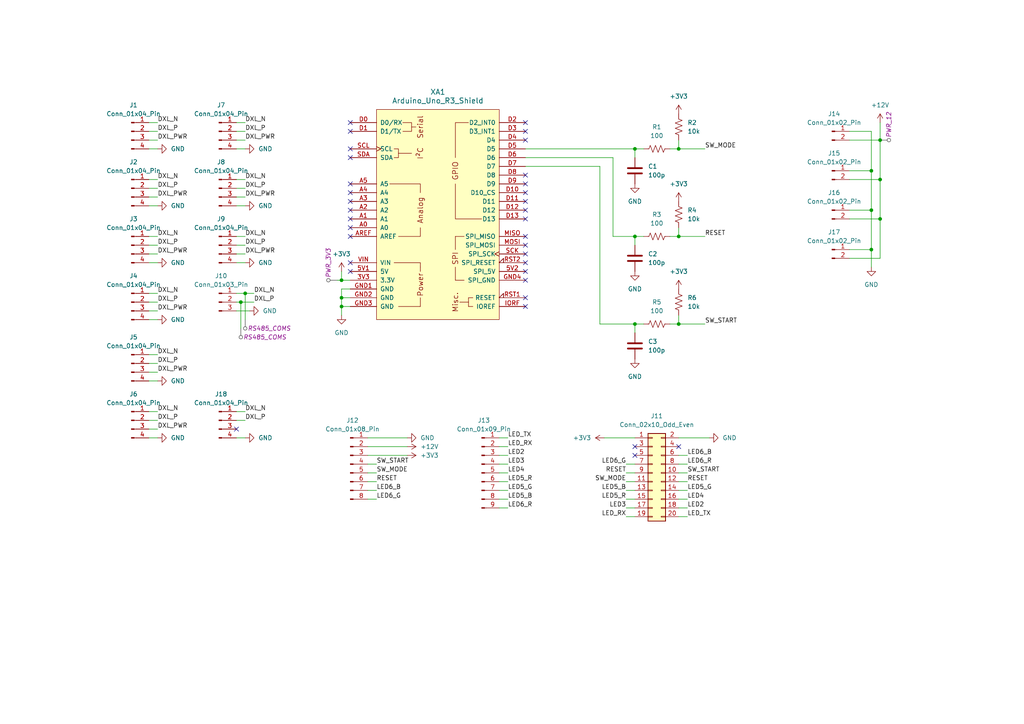
<source format=kicad_sch>
(kicad_sch (version 20230121) (generator eeschema)

  (uuid c6a8f3e7-939a-41d8-98d0-1519caff9710)

  (paper "A4")

  (lib_symbols
    (symbol "Connector:Conn_01x02_Pin" (pin_names (offset 1.016) hide) (in_bom yes) (on_board yes)
      (property "Reference" "J" (at 0 2.54 0)
        (effects (font (size 1.27 1.27)))
      )
      (property "Value" "Conn_01x02_Pin" (at 0 -5.08 0)
        (effects (font (size 1.27 1.27)))
      )
      (property "Footprint" "" (at 0 0 0)
        (effects (font (size 1.27 1.27)) hide)
      )
      (property "Datasheet" "~" (at 0 0 0)
        (effects (font (size 1.27 1.27)) hide)
      )
      (property "ki_locked" "" (at 0 0 0)
        (effects (font (size 1.27 1.27)))
      )
      (property "ki_keywords" "connector" (at 0 0 0)
        (effects (font (size 1.27 1.27)) hide)
      )
      (property "ki_description" "Generic connector, single row, 01x02, script generated" (at 0 0 0)
        (effects (font (size 1.27 1.27)) hide)
      )
      (property "ki_fp_filters" "Connector*:*_1x??_*" (at 0 0 0)
        (effects (font (size 1.27 1.27)) hide)
      )
      (symbol "Conn_01x02_Pin_1_1"
        (polyline
          (pts
            (xy 1.27 -2.54)
            (xy 0.8636 -2.54)
          )
          (stroke (width 0.1524) (type default))
          (fill (type none))
        )
        (polyline
          (pts
            (xy 1.27 0)
            (xy 0.8636 0)
          )
          (stroke (width 0.1524) (type default))
          (fill (type none))
        )
        (rectangle (start 0.8636 -2.413) (end 0 -2.667)
          (stroke (width 0.1524) (type default))
          (fill (type outline))
        )
        (rectangle (start 0.8636 0.127) (end 0 -0.127)
          (stroke (width 0.1524) (type default))
          (fill (type outline))
        )
        (pin passive line (at 5.08 0 180) (length 3.81)
          (name "Pin_1" (effects (font (size 1.27 1.27))))
          (number "1" (effects (font (size 1.27 1.27))))
        )
        (pin passive line (at 5.08 -2.54 180) (length 3.81)
          (name "Pin_2" (effects (font (size 1.27 1.27))))
          (number "2" (effects (font (size 1.27 1.27))))
        )
      )
    )
    (symbol "Connector:Conn_01x03_Pin" (pin_names (offset 1.016) hide) (in_bom yes) (on_board yes)
      (property "Reference" "J" (at 0 5.08 0)
        (effects (font (size 1.27 1.27)))
      )
      (property "Value" "Conn_01x03_Pin" (at 0 -5.08 0)
        (effects (font (size 1.27 1.27)))
      )
      (property "Footprint" "" (at 0 0 0)
        (effects (font (size 1.27 1.27)) hide)
      )
      (property "Datasheet" "~" (at 0 0 0)
        (effects (font (size 1.27 1.27)) hide)
      )
      (property "ki_locked" "" (at 0 0 0)
        (effects (font (size 1.27 1.27)))
      )
      (property "ki_keywords" "connector" (at 0 0 0)
        (effects (font (size 1.27 1.27)) hide)
      )
      (property "ki_description" "Generic connector, single row, 01x03, script generated" (at 0 0 0)
        (effects (font (size 1.27 1.27)) hide)
      )
      (property "ki_fp_filters" "Connector*:*_1x??_*" (at 0 0 0)
        (effects (font (size 1.27 1.27)) hide)
      )
      (symbol "Conn_01x03_Pin_1_1"
        (polyline
          (pts
            (xy 1.27 -2.54)
            (xy 0.8636 -2.54)
          )
          (stroke (width 0.1524) (type default))
          (fill (type none))
        )
        (polyline
          (pts
            (xy 1.27 0)
            (xy 0.8636 0)
          )
          (stroke (width 0.1524) (type default))
          (fill (type none))
        )
        (polyline
          (pts
            (xy 1.27 2.54)
            (xy 0.8636 2.54)
          )
          (stroke (width 0.1524) (type default))
          (fill (type none))
        )
        (rectangle (start 0.8636 -2.413) (end 0 -2.667)
          (stroke (width 0.1524) (type default))
          (fill (type outline))
        )
        (rectangle (start 0.8636 0.127) (end 0 -0.127)
          (stroke (width 0.1524) (type default))
          (fill (type outline))
        )
        (rectangle (start 0.8636 2.667) (end 0 2.413)
          (stroke (width 0.1524) (type default))
          (fill (type outline))
        )
        (pin passive line (at 5.08 2.54 180) (length 3.81)
          (name "Pin_1" (effects (font (size 1.27 1.27))))
          (number "1" (effects (font (size 1.27 1.27))))
        )
        (pin passive line (at 5.08 0 180) (length 3.81)
          (name "Pin_2" (effects (font (size 1.27 1.27))))
          (number "2" (effects (font (size 1.27 1.27))))
        )
        (pin passive line (at 5.08 -2.54 180) (length 3.81)
          (name "Pin_3" (effects (font (size 1.27 1.27))))
          (number "3" (effects (font (size 1.27 1.27))))
        )
      )
    )
    (symbol "Connector:Conn_01x04_Pin" (pin_names (offset 1.016) hide) (in_bom yes) (on_board yes)
      (property "Reference" "J" (at 0 5.08 0)
        (effects (font (size 1.27 1.27)))
      )
      (property "Value" "Conn_01x04_Pin" (at 0 -7.62 0)
        (effects (font (size 1.27 1.27)))
      )
      (property "Footprint" "" (at 0 0 0)
        (effects (font (size 1.27 1.27)) hide)
      )
      (property "Datasheet" "~" (at 0 0 0)
        (effects (font (size 1.27 1.27)) hide)
      )
      (property "ki_locked" "" (at 0 0 0)
        (effects (font (size 1.27 1.27)))
      )
      (property "ki_keywords" "connector" (at 0 0 0)
        (effects (font (size 1.27 1.27)) hide)
      )
      (property "ki_description" "Generic connector, single row, 01x04, script generated" (at 0 0 0)
        (effects (font (size 1.27 1.27)) hide)
      )
      (property "ki_fp_filters" "Connector*:*_1x??_*" (at 0 0 0)
        (effects (font (size 1.27 1.27)) hide)
      )
      (symbol "Conn_01x04_Pin_1_1"
        (polyline
          (pts
            (xy 1.27 -5.08)
            (xy 0.8636 -5.08)
          )
          (stroke (width 0.1524) (type default))
          (fill (type none))
        )
        (polyline
          (pts
            (xy 1.27 -2.54)
            (xy 0.8636 -2.54)
          )
          (stroke (width 0.1524) (type default))
          (fill (type none))
        )
        (polyline
          (pts
            (xy 1.27 0)
            (xy 0.8636 0)
          )
          (stroke (width 0.1524) (type default))
          (fill (type none))
        )
        (polyline
          (pts
            (xy 1.27 2.54)
            (xy 0.8636 2.54)
          )
          (stroke (width 0.1524) (type default))
          (fill (type none))
        )
        (rectangle (start 0.8636 -4.953) (end 0 -5.207)
          (stroke (width 0.1524) (type default))
          (fill (type outline))
        )
        (rectangle (start 0.8636 -2.413) (end 0 -2.667)
          (stroke (width 0.1524) (type default))
          (fill (type outline))
        )
        (rectangle (start 0.8636 0.127) (end 0 -0.127)
          (stroke (width 0.1524) (type default))
          (fill (type outline))
        )
        (rectangle (start 0.8636 2.667) (end 0 2.413)
          (stroke (width 0.1524) (type default))
          (fill (type outline))
        )
        (pin passive line (at 5.08 2.54 180) (length 3.81)
          (name "Pin_1" (effects (font (size 1.27 1.27))))
          (number "1" (effects (font (size 1.27 1.27))))
        )
        (pin passive line (at 5.08 0 180) (length 3.81)
          (name "Pin_2" (effects (font (size 1.27 1.27))))
          (number "2" (effects (font (size 1.27 1.27))))
        )
        (pin passive line (at 5.08 -2.54 180) (length 3.81)
          (name "Pin_3" (effects (font (size 1.27 1.27))))
          (number "3" (effects (font (size 1.27 1.27))))
        )
        (pin passive line (at 5.08 -5.08 180) (length 3.81)
          (name "Pin_4" (effects (font (size 1.27 1.27))))
          (number "4" (effects (font (size 1.27 1.27))))
        )
      )
    )
    (symbol "Connector:Conn_01x08_Pin" (pin_names (offset 1.016) hide) (in_bom yes) (on_board yes)
      (property "Reference" "J" (at 0 10.16 0)
        (effects (font (size 1.27 1.27)))
      )
      (property "Value" "Conn_01x08_Pin" (at 0 -12.7 0)
        (effects (font (size 1.27 1.27)))
      )
      (property "Footprint" "" (at 0 0 0)
        (effects (font (size 1.27 1.27)) hide)
      )
      (property "Datasheet" "~" (at 0 0 0)
        (effects (font (size 1.27 1.27)) hide)
      )
      (property "ki_locked" "" (at 0 0 0)
        (effects (font (size 1.27 1.27)))
      )
      (property "ki_keywords" "connector" (at 0 0 0)
        (effects (font (size 1.27 1.27)) hide)
      )
      (property "ki_description" "Generic connector, single row, 01x08, script generated" (at 0 0 0)
        (effects (font (size 1.27 1.27)) hide)
      )
      (property "ki_fp_filters" "Connector*:*_1x??_*" (at 0 0 0)
        (effects (font (size 1.27 1.27)) hide)
      )
      (symbol "Conn_01x08_Pin_1_1"
        (polyline
          (pts
            (xy 1.27 -10.16)
            (xy 0.8636 -10.16)
          )
          (stroke (width 0.1524) (type default))
          (fill (type none))
        )
        (polyline
          (pts
            (xy 1.27 -7.62)
            (xy 0.8636 -7.62)
          )
          (stroke (width 0.1524) (type default))
          (fill (type none))
        )
        (polyline
          (pts
            (xy 1.27 -5.08)
            (xy 0.8636 -5.08)
          )
          (stroke (width 0.1524) (type default))
          (fill (type none))
        )
        (polyline
          (pts
            (xy 1.27 -2.54)
            (xy 0.8636 -2.54)
          )
          (stroke (width 0.1524) (type default))
          (fill (type none))
        )
        (polyline
          (pts
            (xy 1.27 0)
            (xy 0.8636 0)
          )
          (stroke (width 0.1524) (type default))
          (fill (type none))
        )
        (polyline
          (pts
            (xy 1.27 2.54)
            (xy 0.8636 2.54)
          )
          (stroke (width 0.1524) (type default))
          (fill (type none))
        )
        (polyline
          (pts
            (xy 1.27 5.08)
            (xy 0.8636 5.08)
          )
          (stroke (width 0.1524) (type default))
          (fill (type none))
        )
        (polyline
          (pts
            (xy 1.27 7.62)
            (xy 0.8636 7.62)
          )
          (stroke (width 0.1524) (type default))
          (fill (type none))
        )
        (rectangle (start 0.8636 -10.033) (end 0 -10.287)
          (stroke (width 0.1524) (type default))
          (fill (type outline))
        )
        (rectangle (start 0.8636 -7.493) (end 0 -7.747)
          (stroke (width 0.1524) (type default))
          (fill (type outline))
        )
        (rectangle (start 0.8636 -4.953) (end 0 -5.207)
          (stroke (width 0.1524) (type default))
          (fill (type outline))
        )
        (rectangle (start 0.8636 -2.413) (end 0 -2.667)
          (stroke (width 0.1524) (type default))
          (fill (type outline))
        )
        (rectangle (start 0.8636 0.127) (end 0 -0.127)
          (stroke (width 0.1524) (type default))
          (fill (type outline))
        )
        (rectangle (start 0.8636 2.667) (end 0 2.413)
          (stroke (width 0.1524) (type default))
          (fill (type outline))
        )
        (rectangle (start 0.8636 5.207) (end 0 4.953)
          (stroke (width 0.1524) (type default))
          (fill (type outline))
        )
        (rectangle (start 0.8636 7.747) (end 0 7.493)
          (stroke (width 0.1524) (type default))
          (fill (type outline))
        )
        (pin passive line (at 5.08 7.62 180) (length 3.81)
          (name "Pin_1" (effects (font (size 1.27 1.27))))
          (number "1" (effects (font (size 1.27 1.27))))
        )
        (pin passive line (at 5.08 5.08 180) (length 3.81)
          (name "Pin_2" (effects (font (size 1.27 1.27))))
          (number "2" (effects (font (size 1.27 1.27))))
        )
        (pin passive line (at 5.08 2.54 180) (length 3.81)
          (name "Pin_3" (effects (font (size 1.27 1.27))))
          (number "3" (effects (font (size 1.27 1.27))))
        )
        (pin passive line (at 5.08 0 180) (length 3.81)
          (name "Pin_4" (effects (font (size 1.27 1.27))))
          (number "4" (effects (font (size 1.27 1.27))))
        )
        (pin passive line (at 5.08 -2.54 180) (length 3.81)
          (name "Pin_5" (effects (font (size 1.27 1.27))))
          (number "5" (effects (font (size 1.27 1.27))))
        )
        (pin passive line (at 5.08 -5.08 180) (length 3.81)
          (name "Pin_6" (effects (font (size 1.27 1.27))))
          (number "6" (effects (font (size 1.27 1.27))))
        )
        (pin passive line (at 5.08 -7.62 180) (length 3.81)
          (name "Pin_7" (effects (font (size 1.27 1.27))))
          (number "7" (effects (font (size 1.27 1.27))))
        )
        (pin passive line (at 5.08 -10.16 180) (length 3.81)
          (name "Pin_8" (effects (font (size 1.27 1.27))))
          (number "8" (effects (font (size 1.27 1.27))))
        )
      )
    )
    (symbol "Connector:Conn_01x09_Pin" (pin_names (offset 1.016) hide) (in_bom yes) (on_board yes)
      (property "Reference" "J" (at 0 12.7 0)
        (effects (font (size 1.27 1.27)))
      )
      (property "Value" "Conn_01x09_Pin" (at 0 -12.7 0)
        (effects (font (size 1.27 1.27)))
      )
      (property "Footprint" "" (at 0 0 0)
        (effects (font (size 1.27 1.27)) hide)
      )
      (property "Datasheet" "~" (at 0 0 0)
        (effects (font (size 1.27 1.27)) hide)
      )
      (property "ki_locked" "" (at 0 0 0)
        (effects (font (size 1.27 1.27)))
      )
      (property "ki_keywords" "connector" (at 0 0 0)
        (effects (font (size 1.27 1.27)) hide)
      )
      (property "ki_description" "Generic connector, single row, 01x09, script generated" (at 0 0 0)
        (effects (font (size 1.27 1.27)) hide)
      )
      (property "ki_fp_filters" "Connector*:*_1x??_*" (at 0 0 0)
        (effects (font (size 1.27 1.27)) hide)
      )
      (symbol "Conn_01x09_Pin_1_1"
        (polyline
          (pts
            (xy 1.27 -10.16)
            (xy 0.8636 -10.16)
          )
          (stroke (width 0.1524) (type default))
          (fill (type none))
        )
        (polyline
          (pts
            (xy 1.27 -7.62)
            (xy 0.8636 -7.62)
          )
          (stroke (width 0.1524) (type default))
          (fill (type none))
        )
        (polyline
          (pts
            (xy 1.27 -5.08)
            (xy 0.8636 -5.08)
          )
          (stroke (width 0.1524) (type default))
          (fill (type none))
        )
        (polyline
          (pts
            (xy 1.27 -2.54)
            (xy 0.8636 -2.54)
          )
          (stroke (width 0.1524) (type default))
          (fill (type none))
        )
        (polyline
          (pts
            (xy 1.27 0)
            (xy 0.8636 0)
          )
          (stroke (width 0.1524) (type default))
          (fill (type none))
        )
        (polyline
          (pts
            (xy 1.27 2.54)
            (xy 0.8636 2.54)
          )
          (stroke (width 0.1524) (type default))
          (fill (type none))
        )
        (polyline
          (pts
            (xy 1.27 5.08)
            (xy 0.8636 5.08)
          )
          (stroke (width 0.1524) (type default))
          (fill (type none))
        )
        (polyline
          (pts
            (xy 1.27 7.62)
            (xy 0.8636 7.62)
          )
          (stroke (width 0.1524) (type default))
          (fill (type none))
        )
        (polyline
          (pts
            (xy 1.27 10.16)
            (xy 0.8636 10.16)
          )
          (stroke (width 0.1524) (type default))
          (fill (type none))
        )
        (rectangle (start 0.8636 -10.033) (end 0 -10.287)
          (stroke (width 0.1524) (type default))
          (fill (type outline))
        )
        (rectangle (start 0.8636 -7.493) (end 0 -7.747)
          (stroke (width 0.1524) (type default))
          (fill (type outline))
        )
        (rectangle (start 0.8636 -4.953) (end 0 -5.207)
          (stroke (width 0.1524) (type default))
          (fill (type outline))
        )
        (rectangle (start 0.8636 -2.413) (end 0 -2.667)
          (stroke (width 0.1524) (type default))
          (fill (type outline))
        )
        (rectangle (start 0.8636 0.127) (end 0 -0.127)
          (stroke (width 0.1524) (type default))
          (fill (type outline))
        )
        (rectangle (start 0.8636 2.667) (end 0 2.413)
          (stroke (width 0.1524) (type default))
          (fill (type outline))
        )
        (rectangle (start 0.8636 5.207) (end 0 4.953)
          (stroke (width 0.1524) (type default))
          (fill (type outline))
        )
        (rectangle (start 0.8636 7.747) (end 0 7.493)
          (stroke (width 0.1524) (type default))
          (fill (type outline))
        )
        (rectangle (start 0.8636 10.287) (end 0 10.033)
          (stroke (width 0.1524) (type default))
          (fill (type outline))
        )
        (pin passive line (at 5.08 10.16 180) (length 3.81)
          (name "Pin_1" (effects (font (size 1.27 1.27))))
          (number "1" (effects (font (size 1.27 1.27))))
        )
        (pin passive line (at 5.08 7.62 180) (length 3.81)
          (name "Pin_2" (effects (font (size 1.27 1.27))))
          (number "2" (effects (font (size 1.27 1.27))))
        )
        (pin passive line (at 5.08 5.08 180) (length 3.81)
          (name "Pin_3" (effects (font (size 1.27 1.27))))
          (number "3" (effects (font (size 1.27 1.27))))
        )
        (pin passive line (at 5.08 2.54 180) (length 3.81)
          (name "Pin_4" (effects (font (size 1.27 1.27))))
          (number "4" (effects (font (size 1.27 1.27))))
        )
        (pin passive line (at 5.08 0 180) (length 3.81)
          (name "Pin_5" (effects (font (size 1.27 1.27))))
          (number "5" (effects (font (size 1.27 1.27))))
        )
        (pin passive line (at 5.08 -2.54 180) (length 3.81)
          (name "Pin_6" (effects (font (size 1.27 1.27))))
          (number "6" (effects (font (size 1.27 1.27))))
        )
        (pin passive line (at 5.08 -5.08 180) (length 3.81)
          (name "Pin_7" (effects (font (size 1.27 1.27))))
          (number "7" (effects (font (size 1.27 1.27))))
        )
        (pin passive line (at 5.08 -7.62 180) (length 3.81)
          (name "Pin_8" (effects (font (size 1.27 1.27))))
          (number "8" (effects (font (size 1.27 1.27))))
        )
        (pin passive line (at 5.08 -10.16 180) (length 3.81)
          (name "Pin_9" (effects (font (size 1.27 1.27))))
          (number "9" (effects (font (size 1.27 1.27))))
        )
      )
    )
    (symbol "Connector_Generic:Conn_02x10_Odd_Even" (pin_names (offset 1.016) hide) (in_bom yes) (on_board yes)
      (property "Reference" "J" (at 1.27 12.7 0)
        (effects (font (size 1.27 1.27)))
      )
      (property "Value" "Conn_02x10_Odd_Even" (at 1.27 -15.24 0)
        (effects (font (size 1.27 1.27)))
      )
      (property "Footprint" "" (at 0 0 0)
        (effects (font (size 1.27 1.27)) hide)
      )
      (property "Datasheet" "~" (at 0 0 0)
        (effects (font (size 1.27 1.27)) hide)
      )
      (property "ki_keywords" "connector" (at 0 0 0)
        (effects (font (size 1.27 1.27)) hide)
      )
      (property "ki_description" "Generic connector, double row, 02x10, odd/even pin numbering scheme (row 1 odd numbers, row 2 even numbers), script generated (kicad-library-utils/schlib/autogen/connector/)" (at 0 0 0)
        (effects (font (size 1.27 1.27)) hide)
      )
      (property "ki_fp_filters" "Connector*:*_2x??_*" (at 0 0 0)
        (effects (font (size 1.27 1.27)) hide)
      )
      (symbol "Conn_02x10_Odd_Even_1_1"
        (rectangle (start -1.27 -12.573) (end 0 -12.827)
          (stroke (width 0.1524) (type default))
          (fill (type none))
        )
        (rectangle (start -1.27 -10.033) (end 0 -10.287)
          (stroke (width 0.1524) (type default))
          (fill (type none))
        )
        (rectangle (start -1.27 -7.493) (end 0 -7.747)
          (stroke (width 0.1524) (type default))
          (fill (type none))
        )
        (rectangle (start -1.27 -4.953) (end 0 -5.207)
          (stroke (width 0.1524) (type default))
          (fill (type none))
        )
        (rectangle (start -1.27 -2.413) (end 0 -2.667)
          (stroke (width 0.1524) (type default))
          (fill (type none))
        )
        (rectangle (start -1.27 0.127) (end 0 -0.127)
          (stroke (width 0.1524) (type default))
          (fill (type none))
        )
        (rectangle (start -1.27 2.667) (end 0 2.413)
          (stroke (width 0.1524) (type default))
          (fill (type none))
        )
        (rectangle (start -1.27 5.207) (end 0 4.953)
          (stroke (width 0.1524) (type default))
          (fill (type none))
        )
        (rectangle (start -1.27 7.747) (end 0 7.493)
          (stroke (width 0.1524) (type default))
          (fill (type none))
        )
        (rectangle (start -1.27 10.287) (end 0 10.033)
          (stroke (width 0.1524) (type default))
          (fill (type none))
        )
        (rectangle (start -1.27 11.43) (end 3.81 -13.97)
          (stroke (width 0.254) (type default))
          (fill (type background))
        )
        (rectangle (start 3.81 -12.573) (end 2.54 -12.827)
          (stroke (width 0.1524) (type default))
          (fill (type none))
        )
        (rectangle (start 3.81 -10.033) (end 2.54 -10.287)
          (stroke (width 0.1524) (type default))
          (fill (type none))
        )
        (rectangle (start 3.81 -7.493) (end 2.54 -7.747)
          (stroke (width 0.1524) (type default))
          (fill (type none))
        )
        (rectangle (start 3.81 -4.953) (end 2.54 -5.207)
          (stroke (width 0.1524) (type default))
          (fill (type none))
        )
        (rectangle (start 3.81 -2.413) (end 2.54 -2.667)
          (stroke (width 0.1524) (type default))
          (fill (type none))
        )
        (rectangle (start 3.81 0.127) (end 2.54 -0.127)
          (stroke (width 0.1524) (type default))
          (fill (type none))
        )
        (rectangle (start 3.81 2.667) (end 2.54 2.413)
          (stroke (width 0.1524) (type default))
          (fill (type none))
        )
        (rectangle (start 3.81 5.207) (end 2.54 4.953)
          (stroke (width 0.1524) (type default))
          (fill (type none))
        )
        (rectangle (start 3.81 7.747) (end 2.54 7.493)
          (stroke (width 0.1524) (type default))
          (fill (type none))
        )
        (rectangle (start 3.81 10.287) (end 2.54 10.033)
          (stroke (width 0.1524) (type default))
          (fill (type none))
        )
        (pin passive line (at -5.08 10.16 0) (length 3.81)
          (name "Pin_1" (effects (font (size 1.27 1.27))))
          (number "1" (effects (font (size 1.27 1.27))))
        )
        (pin passive line (at 7.62 0 180) (length 3.81)
          (name "Pin_10" (effects (font (size 1.27 1.27))))
          (number "10" (effects (font (size 1.27 1.27))))
        )
        (pin passive line (at -5.08 -2.54 0) (length 3.81)
          (name "Pin_11" (effects (font (size 1.27 1.27))))
          (number "11" (effects (font (size 1.27 1.27))))
        )
        (pin passive line (at 7.62 -2.54 180) (length 3.81)
          (name "Pin_12" (effects (font (size 1.27 1.27))))
          (number "12" (effects (font (size 1.27 1.27))))
        )
        (pin passive line (at -5.08 -5.08 0) (length 3.81)
          (name "Pin_13" (effects (font (size 1.27 1.27))))
          (number "13" (effects (font (size 1.27 1.27))))
        )
        (pin passive line (at 7.62 -5.08 180) (length 3.81)
          (name "Pin_14" (effects (font (size 1.27 1.27))))
          (number "14" (effects (font (size 1.27 1.27))))
        )
        (pin passive line (at -5.08 -7.62 0) (length 3.81)
          (name "Pin_15" (effects (font (size 1.27 1.27))))
          (number "15" (effects (font (size 1.27 1.27))))
        )
        (pin passive line (at 7.62 -7.62 180) (length 3.81)
          (name "Pin_16" (effects (font (size 1.27 1.27))))
          (number "16" (effects (font (size 1.27 1.27))))
        )
        (pin passive line (at -5.08 -10.16 0) (length 3.81)
          (name "Pin_17" (effects (font (size 1.27 1.27))))
          (number "17" (effects (font (size 1.27 1.27))))
        )
        (pin passive line (at 7.62 -10.16 180) (length 3.81)
          (name "Pin_18" (effects (font (size 1.27 1.27))))
          (number "18" (effects (font (size 1.27 1.27))))
        )
        (pin passive line (at -5.08 -12.7 0) (length 3.81)
          (name "Pin_19" (effects (font (size 1.27 1.27))))
          (number "19" (effects (font (size 1.27 1.27))))
        )
        (pin passive line (at 7.62 10.16 180) (length 3.81)
          (name "Pin_2" (effects (font (size 1.27 1.27))))
          (number "2" (effects (font (size 1.27 1.27))))
        )
        (pin passive line (at 7.62 -12.7 180) (length 3.81)
          (name "Pin_20" (effects (font (size 1.27 1.27))))
          (number "20" (effects (font (size 1.27 1.27))))
        )
        (pin passive line (at -5.08 7.62 0) (length 3.81)
          (name "Pin_3" (effects (font (size 1.27 1.27))))
          (number "3" (effects (font (size 1.27 1.27))))
        )
        (pin passive line (at 7.62 7.62 180) (length 3.81)
          (name "Pin_4" (effects (font (size 1.27 1.27))))
          (number "4" (effects (font (size 1.27 1.27))))
        )
        (pin passive line (at -5.08 5.08 0) (length 3.81)
          (name "Pin_5" (effects (font (size 1.27 1.27))))
          (number "5" (effects (font (size 1.27 1.27))))
        )
        (pin passive line (at 7.62 5.08 180) (length 3.81)
          (name "Pin_6" (effects (font (size 1.27 1.27))))
          (number "6" (effects (font (size 1.27 1.27))))
        )
        (pin passive line (at -5.08 2.54 0) (length 3.81)
          (name "Pin_7" (effects (font (size 1.27 1.27))))
          (number "7" (effects (font (size 1.27 1.27))))
        )
        (pin passive line (at 7.62 2.54 180) (length 3.81)
          (name "Pin_8" (effects (font (size 1.27 1.27))))
          (number "8" (effects (font (size 1.27 1.27))))
        )
        (pin passive line (at -5.08 0 0) (length 3.81)
          (name "Pin_9" (effects (font (size 1.27 1.27))))
          (number "9" (effects (font (size 1.27 1.27))))
        )
      )
    )
    (symbol "Device:C" (pin_numbers hide) (pin_names (offset 0.254)) (in_bom yes) (on_board yes)
      (property "Reference" "C" (at 0.635 2.54 0)
        (effects (font (size 1.27 1.27)) (justify left))
      )
      (property "Value" "C" (at 0.635 -2.54 0)
        (effects (font (size 1.27 1.27)) (justify left))
      )
      (property "Footprint" "" (at 0.9652 -3.81 0)
        (effects (font (size 1.27 1.27)) hide)
      )
      (property "Datasheet" "~" (at 0 0 0)
        (effects (font (size 1.27 1.27)) hide)
      )
      (property "ki_keywords" "cap capacitor" (at 0 0 0)
        (effects (font (size 1.27 1.27)) hide)
      )
      (property "ki_description" "Unpolarized capacitor" (at 0 0 0)
        (effects (font (size 1.27 1.27)) hide)
      )
      (property "ki_fp_filters" "C_*" (at 0 0 0)
        (effects (font (size 1.27 1.27)) hide)
      )
      (symbol "C_0_1"
        (polyline
          (pts
            (xy -2.032 -0.762)
            (xy 2.032 -0.762)
          )
          (stroke (width 0.508) (type default))
          (fill (type none))
        )
        (polyline
          (pts
            (xy -2.032 0.762)
            (xy 2.032 0.762)
          )
          (stroke (width 0.508) (type default))
          (fill (type none))
        )
      )
      (symbol "C_1_1"
        (pin passive line (at 0 3.81 270) (length 2.794)
          (name "~" (effects (font (size 1.27 1.27))))
          (number "1" (effects (font (size 1.27 1.27))))
        )
        (pin passive line (at 0 -3.81 90) (length 2.794)
          (name "~" (effects (font (size 1.27 1.27))))
          (number "2" (effects (font (size 1.27 1.27))))
        )
      )
    )
    (symbol "Device:R_US" (pin_numbers hide) (pin_names (offset 0)) (in_bom yes) (on_board yes)
      (property "Reference" "R" (at 2.54 0 90)
        (effects (font (size 1.27 1.27)))
      )
      (property "Value" "R_US" (at -2.54 0 90)
        (effects (font (size 1.27 1.27)))
      )
      (property "Footprint" "" (at 1.016 -0.254 90)
        (effects (font (size 1.27 1.27)) hide)
      )
      (property "Datasheet" "~" (at 0 0 0)
        (effects (font (size 1.27 1.27)) hide)
      )
      (property "ki_keywords" "R res resistor" (at 0 0 0)
        (effects (font (size 1.27 1.27)) hide)
      )
      (property "ki_description" "Resistor, US symbol" (at 0 0 0)
        (effects (font (size 1.27 1.27)) hide)
      )
      (property "ki_fp_filters" "R_*" (at 0 0 0)
        (effects (font (size 1.27 1.27)) hide)
      )
      (symbol "R_US_0_1"
        (polyline
          (pts
            (xy 0 -2.286)
            (xy 0 -2.54)
          )
          (stroke (width 0) (type default))
          (fill (type none))
        )
        (polyline
          (pts
            (xy 0 2.286)
            (xy 0 2.54)
          )
          (stroke (width 0) (type default))
          (fill (type none))
        )
        (polyline
          (pts
            (xy 0 -0.762)
            (xy 1.016 -1.143)
            (xy 0 -1.524)
            (xy -1.016 -1.905)
            (xy 0 -2.286)
          )
          (stroke (width 0) (type default))
          (fill (type none))
        )
        (polyline
          (pts
            (xy 0 0.762)
            (xy 1.016 0.381)
            (xy 0 0)
            (xy -1.016 -0.381)
            (xy 0 -0.762)
          )
          (stroke (width 0) (type default))
          (fill (type none))
        )
        (polyline
          (pts
            (xy 0 2.286)
            (xy 1.016 1.905)
            (xy 0 1.524)
            (xy -1.016 1.143)
            (xy 0 0.762)
          )
          (stroke (width 0) (type default))
          (fill (type none))
        )
      )
      (symbol "R_US_1_1"
        (pin passive line (at 0 3.81 270) (length 1.27)
          (name "~" (effects (font (size 1.27 1.27))))
          (number "1" (effects (font (size 1.27 1.27))))
        )
        (pin passive line (at 0 -3.81 90) (length 1.27)
          (name "~" (effects (font (size 1.27 1.27))))
          (number "2" (effects (font (size 1.27 1.27))))
        )
      )
    )
    (symbol "PCM_arduino-library:Arduino_Uno_R3_Shield" (pin_names (offset 1.016)) (in_bom yes) (on_board yes)
      (property "Reference" "XA" (at 0 36.83 0)
        (effects (font (size 1.524 1.524)))
      )
      (property "Value" "Arduino_Uno_R3_Shield" (at 0 33.02 0)
        (effects (font (size 1.524 1.524)))
      )
      (property "Footprint" "PCM_arduino-library:Arduino_Uno_R3_Shield" (at 0 -38.1 0)
        (effects (font (size 1.524 1.524)) hide)
      )
      (property "Datasheet" "https://docs.arduino.cc/hardware/uno-rev3" (at 0 -34.29 0)
        (effects (font (size 1.524 1.524)) hide)
      )
      (property "ki_keywords" "Arduino MPU Shield" (at 0 0 0)
        (effects (font (size 1.27 1.27)) hide)
      )
      (property "ki_description" "Shield for Arduino Uno R3" (at 0 0 0)
        (effects (font (size 1.27 1.27)) hide)
      )
      (property "ki_fp_filters" "Arduino_Uno_R3_Shield" (at 0 0 0)
        (effects (font (size 1.27 1.27)) hide)
      )
      (symbol "Arduino_Uno_R3_Shield_0_0"
        (rectangle (start -17.78 30.48) (end 17.78 -30.48)
          (stroke (width 0) (type default))
          (fill (type background))
        )
        (rectangle (start -12.7 -13.97) (end -5.08 -13.97)
          (stroke (width 0) (type default))
          (fill (type none))
        )
        (rectangle (start -11.43 -26.67) (end -5.08 -26.67)
          (stroke (width 0) (type default))
          (fill (type none))
        )
        (polyline
          (pts
            (xy -11.43 17.78)
            (xy -7.62 17.78)
          )
          (stroke (width 0) (type default))
          (fill (type none))
        )
        (polyline
          (pts
            (xy -7.62 25.4)
            (xy -6.35 25.4)
          )
          (stroke (width 0) (type default))
          (fill (type none))
        )
        (polyline
          (pts
            (xy -5.08 -26.67)
            (xy -5.08 -24.13)
          )
          (stroke (width 0) (type default))
          (fill (type none))
        )
        (polyline
          (pts
            (xy -5.08 -15.24)
            (xy -5.08 -16.51)
          )
          (stroke (width 0) (type default))
          (fill (type none))
        )
        (polyline
          (pts
            (xy -5.08 -13.97)
            (xy -5.08 -15.24)
          )
          (stroke (width 0) (type default))
          (fill (type none))
        )
        (polyline
          (pts
            (xy -5.08 -3.81)
            (xy -5.08 -6.35)
            (xy -11.43 -6.35)
          )
          (stroke (width 0) (type default))
          (fill (type none))
        )
        (polyline
          (pts
            (xy -5.08 6.35)
            (xy -5.08 8.89)
            (xy -13.97 8.89)
          )
          (stroke (width 0) (type default))
          (fill (type none))
        )
        (polyline
          (pts
            (xy 5.08 8.89)
            (xy 5.08 -1.27)
            (xy 12.7 -1.27)
          )
          (stroke (width 0) (type default))
          (fill (type none))
        )
        (polyline
          (pts
            (xy 5.08 16.51)
            (xy 5.08 26.67)
            (xy 8.89 26.67)
          )
          (stroke (width 0) (type default))
          (fill (type none))
        )
        (polyline
          (pts
            (xy -12.7 19.05)
            (xy -11.43 19.05)
            (xy -11.43 16.51)
            (xy -12.7 16.51)
          )
          (stroke (width 0) (type default))
          (fill (type none))
        )
        (polyline
          (pts
            (xy -10.16 26.67)
            (xy -7.62 26.67)
            (xy -7.62 24.13)
            (xy -10.16 24.13)
          )
          (stroke (width 0) (type default))
          (fill (type none))
        )
        (rectangle (start 5.08 -19.05) (end 5.08 -15.24)
          (stroke (width 0) (type default))
          (fill (type none))
        )
        (rectangle (start 5.08 -19.05) (end 7.62 -19.05)
          (stroke (width 0) (type default))
          (fill (type none))
        )
        (rectangle (start 5.08 -10.16) (end 5.08 -6.35)
          (stroke (width 0) (type default))
          (fill (type none))
        )
        (rectangle (start 7.62 -6.35) (end 5.08 -6.35)
          (stroke (width 0) (type default))
          (fill (type none))
        )
        (rectangle (start 8.89 -25.4) (end 6.35 -25.4)
          (stroke (width 0) (type default))
          (fill (type none))
        )
        (rectangle (start 8.89 -24.13) (end 8.89 -26.67)
          (stroke (width 0) (type default))
          (fill (type none))
        )
        (rectangle (start 10.16 -26.67) (end 8.89 -26.67)
          (stroke (width 0) (type default))
          (fill (type none))
        )
        (rectangle (start 10.16 -24.13) (end 8.89 -24.13)
          (stroke (width 0) (type default))
          (fill (type none))
        )
        (text "Analog" (at -5.08 1.27 900)
          (effects (font (size 1.524 1.524)))
        )
        (text "I²C" (at -5.08 17.78 900)
          (effects (font (size 1.524 1.524)))
        )
        (text "Misc." (at 5.08 -25.4 900)
          (effects (font (size 1.524 1.524)))
        )
        (text "Power" (at -5.08 -20.32 900)
          (effects (font (size 1.524 1.524)))
        )
        (text "Serial" (at -5.08 25.4 900)
          (effects (font (size 1.524 1.524)))
        )
        (text "SPI" (at 5.08 -12.7 900)
          (effects (font (size 1.524 1.524)))
        )
      )
      (symbol "Arduino_Uno_R3_Shield_1_0"
        (text "GPIO" (at 5.08 12.7 900)
          (effects (font (size 1.524 1.524)))
        )
      )
      (symbol "Arduino_Uno_R3_Shield_1_1"
        (pin power_out line (at -25.4 -19.05 0) (length 7.62)
          (name "3.3V" (effects (font (size 1.27 1.27))))
          (number "3V3" (effects (font (size 1.27 1.27))))
        )
        (pin power_in line (at -25.4 -16.51 0) (length 7.62)
          (name "5V" (effects (font (size 1.27 1.27))))
          (number "5V1" (effects (font (size 1.27 1.27))))
        )
        (pin power_in line (at 25.4 -16.51 180) (length 7.62)
          (name "SPI_5V" (effects (font (size 1.27 1.27))))
          (number "5V2" (effects (font (size 1.27 1.27))))
        )
        (pin bidirectional line (at -25.4 -3.81 0) (length 7.62)
          (name "A0" (effects (font (size 1.27 1.27))))
          (number "A0" (effects (font (size 1.27 1.27))))
        )
        (pin bidirectional line (at -25.4 -1.27 0) (length 7.62)
          (name "A1" (effects (font (size 1.27 1.27))))
          (number "A1" (effects (font (size 1.27 1.27))))
        )
        (pin bidirectional line (at -25.4 1.27 0) (length 7.62)
          (name "A2" (effects (font (size 1.27 1.27))))
          (number "A2" (effects (font (size 1.27 1.27))))
        )
        (pin bidirectional line (at -25.4 3.81 0) (length 7.62)
          (name "A3" (effects (font (size 1.27 1.27))))
          (number "A3" (effects (font (size 1.27 1.27))))
        )
        (pin bidirectional line (at -25.4 6.35 0) (length 7.62)
          (name "A4" (effects (font (size 1.27 1.27))))
          (number "A4" (effects (font (size 1.27 1.27))))
        )
        (pin bidirectional line (at -25.4 8.89 0) (length 7.62)
          (name "A5" (effects (font (size 1.27 1.27))))
          (number "A5" (effects (font (size 1.27 1.27))))
        )
        (pin input line (at -25.4 -6.35 0) (length 7.62)
          (name "AREF" (effects (font (size 1.27 1.27))))
          (number "AREF" (effects (font (size 1.27 1.27))))
        )
        (pin bidirectional line (at -25.4 26.67 0) (length 7.62)
          (name "D0/RX" (effects (font (size 1.27 1.27))))
          (number "D0" (effects (font (size 1.27 1.27))))
        )
        (pin bidirectional line (at -25.4 24.13 0) (length 7.62)
          (name "D1/TX" (effects (font (size 1.27 1.27))))
          (number "D1" (effects (font (size 1.27 1.27))))
        )
        (pin bidirectional line (at 25.4 6.35 180) (length 7.62)
          (name "D10_CS" (effects (font (size 1.27 1.27))))
          (number "D10" (effects (font (size 1.27 1.27))))
        )
        (pin bidirectional line (at 25.4 3.81 180) (length 7.62)
          (name "D11" (effects (font (size 1.27 1.27))))
          (number "D11" (effects (font (size 1.27 1.27))))
        )
        (pin bidirectional line (at 25.4 1.27 180) (length 7.62)
          (name "D12" (effects (font (size 1.27 1.27))))
          (number "D12" (effects (font (size 1.27 1.27))))
        )
        (pin bidirectional line (at 25.4 -1.27 180) (length 7.62)
          (name "D13" (effects (font (size 1.27 1.27))))
          (number "D13" (effects (font (size 1.27 1.27))))
        )
        (pin bidirectional line (at 25.4 26.67 180) (length 7.62)
          (name "D2_INT0" (effects (font (size 1.27 1.27))))
          (number "D2" (effects (font (size 1.27 1.27))))
        )
        (pin bidirectional line (at 25.4 24.13 180) (length 7.62)
          (name "D3_INT1" (effects (font (size 1.27 1.27))))
          (number "D3" (effects (font (size 1.27 1.27))))
        )
        (pin bidirectional line (at 25.4 21.59 180) (length 7.62)
          (name "D4" (effects (font (size 1.27 1.27))))
          (number "D4" (effects (font (size 1.27 1.27))))
        )
        (pin bidirectional line (at 25.4 19.05 180) (length 7.62)
          (name "D5" (effects (font (size 1.27 1.27))))
          (number "D5" (effects (font (size 1.27 1.27))))
        )
        (pin bidirectional line (at 25.4 16.51 180) (length 7.62)
          (name "D6" (effects (font (size 1.27 1.27))))
          (number "D6" (effects (font (size 1.27 1.27))))
        )
        (pin bidirectional line (at 25.4 13.97 180) (length 7.62)
          (name "D7" (effects (font (size 1.27 1.27))))
          (number "D7" (effects (font (size 1.27 1.27))))
        )
        (pin bidirectional line (at 25.4 11.43 180) (length 7.62)
          (name "D8" (effects (font (size 1.27 1.27))))
          (number "D8" (effects (font (size 1.27 1.27))))
        )
        (pin bidirectional line (at 25.4 8.89 180) (length 7.62)
          (name "D9" (effects (font (size 1.27 1.27))))
          (number "D9" (effects (font (size 1.27 1.27))))
        )
        (pin power_in line (at -25.4 -21.59 0) (length 7.62)
          (name "GND" (effects (font (size 1.27 1.27))))
          (number "GND1" (effects (font (size 1.27 1.27))))
        )
        (pin power_in line (at -25.4 -24.13 0) (length 7.62)
          (name "GND" (effects (font (size 1.27 1.27))))
          (number "GND2" (effects (font (size 1.27 1.27))))
        )
        (pin power_in line (at -25.4 -26.67 0) (length 7.62)
          (name "GND" (effects (font (size 1.27 1.27))))
          (number "GND3" (effects (font (size 1.27 1.27))))
        )
        (pin power_in line (at 25.4 -19.05 180) (length 7.62)
          (name "SPI_GND" (effects (font (size 1.27 1.27))))
          (number "GND4" (effects (font (size 1.27 1.27))))
        )
        (pin output line (at 25.4 -26.67 180) (length 7.62)
          (name "IOREF" (effects (font (size 1.27 1.27))))
          (number "IORF" (effects (font (size 1.27 1.27))))
        )
        (pin input line (at 25.4 -6.35 180) (length 7.62)
          (name "SPI_MISO" (effects (font (size 1.27 1.27))))
          (number "MISO" (effects (font (size 1.27 1.27))))
        )
        (pin output line (at 25.4 -8.89 180) (length 7.62)
          (name "SPI_MOSI" (effects (font (size 1.27 1.27))))
          (number "MOSI" (effects (font (size 1.27 1.27))))
        )
        (pin open_collector input_low (at 25.4 -24.13 180) (length 7.62)
          (name "RESET" (effects (font (size 1.27 1.27))))
          (number "RST1" (effects (font (size 1.27 1.27))))
        )
        (pin open_collector input_low (at 25.4 -13.97 180) (length 7.62)
          (name "SPI_RESET" (effects (font (size 1.27 1.27))))
          (number "RST2" (effects (font (size 1.27 1.27))))
        )
        (pin output clock (at 25.4 -11.43 180) (length 7.62)
          (name "SPI_SCK" (effects (font (size 1.27 1.27))))
          (number "SCK" (effects (font (size 1.27 1.27))))
        )
        (pin bidirectional clock (at -25.4 19.05 0) (length 7.62)
          (name "SCL" (effects (font (size 1.27 1.27))))
          (number "SCL" (effects (font (size 1.27 1.27))))
        )
        (pin bidirectional line (at -25.4 16.51 0) (length 7.62)
          (name "SDA" (effects (font (size 1.27 1.27))))
          (number "SDA" (effects (font (size 1.27 1.27))))
        )
        (pin power_in line (at -25.4 -13.97 0) (length 7.62)
          (name "VIN" (effects (font (size 1.27 1.27))))
          (number "VIN" (effects (font (size 1.27 1.27))))
        )
      )
    )
    (symbol "power:+12V" (power) (pin_names (offset 0)) (in_bom yes) (on_board yes)
      (property "Reference" "#PWR" (at 0 -3.81 0)
        (effects (font (size 1.27 1.27)) hide)
      )
      (property "Value" "+12V" (at 0 3.556 0)
        (effects (font (size 1.27 1.27)))
      )
      (property "Footprint" "" (at 0 0 0)
        (effects (font (size 1.27 1.27)) hide)
      )
      (property "Datasheet" "" (at 0 0 0)
        (effects (font (size 1.27 1.27)) hide)
      )
      (property "ki_keywords" "global power" (at 0 0 0)
        (effects (font (size 1.27 1.27)) hide)
      )
      (property "ki_description" "Power symbol creates a global label with name \"+12V\"" (at 0 0 0)
        (effects (font (size 1.27 1.27)) hide)
      )
      (symbol "+12V_0_1"
        (polyline
          (pts
            (xy -0.762 1.27)
            (xy 0 2.54)
          )
          (stroke (width 0) (type default))
          (fill (type none))
        )
        (polyline
          (pts
            (xy 0 0)
            (xy 0 2.54)
          )
          (stroke (width 0) (type default))
          (fill (type none))
        )
        (polyline
          (pts
            (xy 0 2.54)
            (xy 0.762 1.27)
          )
          (stroke (width 0) (type default))
          (fill (type none))
        )
      )
      (symbol "+12V_1_1"
        (pin power_in line (at 0 0 90) (length 0) hide
          (name "+12V" (effects (font (size 1.27 1.27))))
          (number "1" (effects (font (size 1.27 1.27))))
        )
      )
    )
    (symbol "power:+3V3" (power) (pin_names (offset 0)) (in_bom yes) (on_board yes)
      (property "Reference" "#PWR" (at 0 -3.81 0)
        (effects (font (size 1.27 1.27)) hide)
      )
      (property "Value" "+3V3" (at 0 3.556 0)
        (effects (font (size 1.27 1.27)))
      )
      (property "Footprint" "" (at 0 0 0)
        (effects (font (size 1.27 1.27)) hide)
      )
      (property "Datasheet" "" (at 0 0 0)
        (effects (font (size 1.27 1.27)) hide)
      )
      (property "ki_keywords" "global power" (at 0 0 0)
        (effects (font (size 1.27 1.27)) hide)
      )
      (property "ki_description" "Power symbol creates a global label with name \"+3V3\"" (at 0 0 0)
        (effects (font (size 1.27 1.27)) hide)
      )
      (symbol "+3V3_0_1"
        (polyline
          (pts
            (xy -0.762 1.27)
            (xy 0 2.54)
          )
          (stroke (width 0) (type default))
          (fill (type none))
        )
        (polyline
          (pts
            (xy 0 0)
            (xy 0 2.54)
          )
          (stroke (width 0) (type default))
          (fill (type none))
        )
        (polyline
          (pts
            (xy 0 2.54)
            (xy 0.762 1.27)
          )
          (stroke (width 0) (type default))
          (fill (type none))
        )
      )
      (symbol "+3V3_1_1"
        (pin power_in line (at 0 0 90) (length 0) hide
          (name "+3V3" (effects (font (size 1.27 1.27))))
          (number "1" (effects (font (size 1.27 1.27))))
        )
      )
    )
    (symbol "power:GND" (power) (pin_names (offset 0)) (in_bom yes) (on_board yes)
      (property "Reference" "#PWR" (at 0 -6.35 0)
        (effects (font (size 1.27 1.27)) hide)
      )
      (property "Value" "GND" (at 0 -3.81 0)
        (effects (font (size 1.27 1.27)))
      )
      (property "Footprint" "" (at 0 0 0)
        (effects (font (size 1.27 1.27)) hide)
      )
      (property "Datasheet" "" (at 0 0 0)
        (effects (font (size 1.27 1.27)) hide)
      )
      (property "ki_keywords" "global power" (at 0 0 0)
        (effects (font (size 1.27 1.27)) hide)
      )
      (property "ki_description" "Power symbol creates a global label with name \"GND\" , ground" (at 0 0 0)
        (effects (font (size 1.27 1.27)) hide)
      )
      (symbol "GND_0_1"
        (polyline
          (pts
            (xy 0 0)
            (xy 0 -1.27)
            (xy 1.27 -1.27)
            (xy 0 -2.54)
            (xy -1.27 -1.27)
            (xy 0 -1.27)
          )
          (stroke (width 0) (type default))
          (fill (type none))
        )
      )
      (symbol "GND_1_1"
        (pin power_in line (at 0 0 270) (length 0) hide
          (name "GND" (effects (font (size 1.27 1.27))))
          (number "1" (effects (font (size 1.27 1.27))))
        )
      )
    )
  )

  (junction (at 252.73 49.53) (diameter 0) (color 0 0 0 0)
    (uuid 0eed7223-0c7b-40e8-bee8-752db629fdcc)
  )
  (junction (at 255.27 40.64) (diameter 0) (color 0 0 0 0)
    (uuid 15ec4a8d-515d-4282-a3ce-d764194d1108)
  )
  (junction (at 184.15 43.18) (diameter 0) (color 0 0 0 0)
    (uuid 305fc8a9-6dd4-406d-b181-69765ba6d047)
  )
  (junction (at 184.15 68.58) (diameter 0) (color 0 0 0 0)
    (uuid 58bca3d4-26f0-4197-9349-ca4b7d34edca)
  )
  (junction (at 196.85 68.58) (diameter 0) (color 0 0 0 0)
    (uuid 5ef2fda2-8b6c-4a72-8fe9-23ea278be430)
  )
  (junction (at 99.06 86.36) (diameter 0) (color 0 0 0 0)
    (uuid 69beeeb6-8722-4ded-bbdd-5d6e67cb2103)
  )
  (junction (at 255.27 63.5) (diameter 0) (color 0 0 0 0)
    (uuid 6ad64168-dba1-4058-ba1a-d1d8f795c280)
  )
  (junction (at 196.85 43.18) (diameter 0) (color 0 0 0 0)
    (uuid 7995cd01-6e85-4849-8289-83d0aaa310f3)
  )
  (junction (at 69.85 87.63) (diameter 0) (color 0 0 0 0)
    (uuid 85c1d699-5a5c-4e43-b322-bd5b9a19c4ef)
  )
  (junction (at 71.12 85.09) (diameter 0) (color 0 0 0 0)
    (uuid 8788eb9e-6cf4-4d0a-8e4b-7dba63eaa015)
  )
  (junction (at 196.85 93.98) (diameter 0) (color 0 0 0 0)
    (uuid 8eec6c43-dded-4549-ba23-0dffd0942829)
  )
  (junction (at 252.73 60.96) (diameter 0) (color 0 0 0 0)
    (uuid abcc01c3-df75-48f0-91b3-40dc62872034)
  )
  (junction (at 99.06 81.28) (diameter 0) (color 0 0 0 0)
    (uuid ae741391-0d5f-4024-b93f-f59691121fcc)
  )
  (junction (at 184.15 93.98) (diameter 0) (color 0 0 0 0)
    (uuid c38bc7b5-6e07-48ac-85a4-eb71a3cb9e26)
  )
  (junction (at 252.73 72.39) (diameter 0) (color 0 0 0 0)
    (uuid c8732dc3-af70-40c3-9038-503c3259dd82)
  )
  (junction (at 255.27 52.07) (diameter 0) (color 0 0 0 0)
    (uuid e51592e9-af78-467d-9ff2-b1860c9bd0f0)
  )
  (junction (at 99.06 88.9) (diameter 0) (color 0 0 0 0)
    (uuid f30a2e75-1a36-41e5-9663-fe19aff9d700)
  )

  (no_connect (at 152.4 38.1) (uuid 08a453f7-5f49-4071-bf8c-e425addd849e))
  (no_connect (at 152.4 88.9) (uuid 09c27571-be37-4e45-91a8-835972fc1f15))
  (no_connect (at 152.4 50.8) (uuid 0f122784-7c00-4b25-a936-0a1f1e146428))
  (no_connect (at 184.15 132.08) (uuid 148d9f50-ef0a-4dd4-84de-51232a32d2eb))
  (no_connect (at 152.4 76.2) (uuid 1ff59fea-6d64-4cab-90fa-14ebf28aa000))
  (no_connect (at 152.4 71.12) (uuid 24c82730-314f-4435-8019-2e0538b1a9c7))
  (no_connect (at 101.6 76.2) (uuid 25eac525-d730-40a7-aae8-bbc4a79b2328))
  (no_connect (at 196.85 129.54) (uuid 2dd2ae68-15c8-465c-8cc3-c6c26dbf4cc3))
  (no_connect (at 152.4 60.96) (uuid 2fd08ce3-f161-4032-81ef-7b79a64c2e8c))
  (no_connect (at 101.6 43.18) (uuid 31bc27cd-f616-4e44-9125-44083281844d))
  (no_connect (at 152.4 86.36) (uuid 3c320408-d9ef-4266-a0f7-de85171f1d9b))
  (no_connect (at 68.58 124.46) (uuid 4951147b-3146-4e3b-b363-407b264c411a))
  (no_connect (at 101.6 55.88) (uuid 512e5579-48dc-4baf-a8d6-aaf264b4c344))
  (no_connect (at 152.4 40.64) (uuid 5c65e336-8ea6-4406-9ca4-13b42e548d2e))
  (no_connect (at 101.6 68.58) (uuid 5c9d5a1c-0f6f-4468-935f-ec23c9d1a934))
  (no_connect (at 152.4 81.28) (uuid 68400ac2-c17a-4adc-8c2a-29d70023d306))
  (no_connect (at 101.6 53.34) (uuid 6d443f33-8e37-4039-801c-bfa010e88497))
  (no_connect (at 152.4 35.56) (uuid 7fedd558-fceb-45c1-bb8b-a905dc184b1e))
  (no_connect (at 152.4 68.58) (uuid 827eb8ee-0447-40b3-9a4c-1ff263af87c8))
  (no_connect (at 101.6 66.04) (uuid 828f156a-1edf-4e61-bc53-546165694f9a))
  (no_connect (at 101.6 38.1) (uuid 8f1a6f7c-5017-44f9-b2f4-b201e71edfb0))
  (no_connect (at 152.4 55.88) (uuid 95e8a342-9028-4e19-a54f-ea407d8e0cbc))
  (no_connect (at 101.6 78.74) (uuid a53ab17f-21e2-4eef-b328-5e5d8a73a31d))
  (no_connect (at 152.4 73.66) (uuid b1b33406-2797-4166-a43b-b79ae60dbb6a))
  (no_connect (at 101.6 60.96) (uuid b31b4175-2d8c-4bc4-a50d-1d5f8e3b4514))
  (no_connect (at 152.4 53.34) (uuid bcaac7c7-9a0d-4e1e-817a-fc6ba6986149))
  (no_connect (at 101.6 45.72) (uuid be635aaa-3213-493b-8ff9-58702724b125))
  (no_connect (at 152.4 58.42) (uuid d55b9d3f-8ce8-48f7-9f30-dcd77178474d))
  (no_connect (at 184.15 129.54) (uuid de3d32e9-3308-4071-b5c5-acfa0c46e5f2))
  (no_connect (at 101.6 58.42) (uuid effbcff4-451c-4212-93d7-91dc37974551))
  (no_connect (at 152.4 78.74) (uuid f3f98d47-f2e3-4326-bf00-7f783c02f2b2))
  (no_connect (at 101.6 63.5) (uuid f9bac625-55e6-4760-9cc6-1497481d6e1a))
  (no_connect (at 101.6 35.56) (uuid fde23011-f18f-41d2-b378-6b2ff17ca2cf))
  (no_connect (at 152.4 63.5) (uuid fe67af36-52c2-431c-a33b-4482539ea30b))

  (wire (pts (xy 196.85 43.18) (xy 204.47 43.18))
    (stroke (width 0) (type default))
    (uuid 02095004-8d0a-4c4c-83e7-f70e113439c8)
  )
  (wire (pts (xy 71.12 38.1) (xy 68.58 38.1))
    (stroke (width 0) (type default))
    (uuid 04061acc-37c8-4099-8dd3-bf8ec0e713e8)
  )
  (wire (pts (xy 43.18 43.18) (xy 45.72 43.18))
    (stroke (width 0) (type default))
    (uuid 053918ad-42e4-46ca-8f8e-28609542cce7)
  )
  (wire (pts (xy 73.66 85.09) (xy 71.12 85.09))
    (stroke (width 0) (type default))
    (uuid 061e8857-4df7-4a54-b5e1-abb7697d9144)
  )
  (wire (pts (xy 252.73 49.53) (xy 252.73 60.96))
    (stroke (width 0) (type default))
    (uuid 08661d47-22ff-49a1-9512-86387ffd2f5c)
  )
  (wire (pts (xy 71.12 121.92) (xy 68.58 121.92))
    (stroke (width 0) (type default))
    (uuid 08997e41-ff41-47c3-ac96-5054d8c3397e)
  )
  (wire (pts (xy 152.4 48.26) (xy 173.99 48.26))
    (stroke (width 0) (type default))
    (uuid 10c996a2-ffbd-4583-9686-5205f03af22f)
  )
  (wire (pts (xy 45.72 90.17) (xy 43.18 90.17))
    (stroke (width 0) (type default))
    (uuid 114ad56c-eda3-4f2b-b3b2-78fe8ec8e800)
  )
  (wire (pts (xy 45.72 71.12) (xy 43.18 71.12))
    (stroke (width 0) (type default))
    (uuid 12793c1f-8e3b-4831-bd68-4396eaace82e)
  )
  (wire (pts (xy 43.18 52.07) (xy 45.72 52.07))
    (stroke (width 0) (type default))
    (uuid 1381d5a5-655f-402f-a37e-6fe78ba3ad52)
  )
  (wire (pts (xy 147.32 127) (xy 144.78 127))
    (stroke (width 0) (type default))
    (uuid 16c34caf-2571-496b-8d8c-1927d2e775f7)
  )
  (wire (pts (xy 181.61 149.86) (xy 184.15 149.86))
    (stroke (width 0) (type default))
    (uuid 1727273e-3ed0-42aa-83dd-1fbc6fbca087)
  )
  (wire (pts (xy 45.72 124.46) (xy 43.18 124.46))
    (stroke (width 0) (type default))
    (uuid 1734e030-0226-44b5-ba5f-dc1bcd84e8ff)
  )
  (wire (pts (xy 152.4 43.18) (xy 184.15 43.18))
    (stroke (width 0) (type default))
    (uuid 181498ec-5eae-4159-8ebd-5912141b8dc8)
  )
  (wire (pts (xy 73.66 87.63) (xy 69.85 87.63))
    (stroke (width 0) (type default))
    (uuid 19780442-d540-4908-b616-be0a6c6c75fa)
  )
  (wire (pts (xy 99.06 88.9) (xy 99.06 91.44))
    (stroke (width 0) (type default))
    (uuid 19db46ea-0be4-446c-870e-2972999b6280)
  )
  (wire (pts (xy 252.73 60.96) (xy 252.73 72.39))
    (stroke (width 0) (type default))
    (uuid 1a951e78-ec27-48f7-9a23-c5cdf21ef0da)
  )
  (wire (pts (xy 99.06 86.36) (xy 99.06 88.9))
    (stroke (width 0) (type default))
    (uuid 1e1b7ed0-3396-43ce-9750-a0c15d785ee8)
  )
  (wire (pts (xy 181.61 142.24) (xy 184.15 142.24))
    (stroke (width 0) (type default))
    (uuid 22d4c364-a5e4-4e93-9986-90378d88906a)
  )
  (wire (pts (xy 196.85 147.32) (xy 199.39 147.32))
    (stroke (width 0) (type default))
    (uuid 2968fc6f-782a-4b74-be8f-566c24687f5e)
  )
  (wire (pts (xy 246.38 52.07) (xy 255.27 52.07))
    (stroke (width 0) (type default))
    (uuid 2ad6efed-81be-4a4b-80a0-15b2dcb8f2fa)
  )
  (wire (pts (xy 194.31 43.18) (xy 196.85 43.18))
    (stroke (width 0) (type default))
    (uuid 2d8ec3c0-1cdd-4fab-a798-75a39c55772a)
  )
  (wire (pts (xy 184.15 68.58) (xy 186.69 68.58))
    (stroke (width 0) (type default))
    (uuid 2ff6543d-337e-4b4e-92d2-9355ef366698)
  )
  (wire (pts (xy 252.73 72.39) (xy 246.38 72.39))
    (stroke (width 0) (type default))
    (uuid 30c9d973-9320-43f3-9426-34cc966145ae)
  )
  (wire (pts (xy 252.73 72.39) (xy 252.73 77.47))
    (stroke (width 0) (type default))
    (uuid 31074525-60b2-49a2-98f3-74cd200ee723)
  )
  (wire (pts (xy 109.22 144.78) (xy 106.68 144.78))
    (stroke (width 0) (type default))
    (uuid 31d02ae1-83f7-43ea-9593-9899f088d424)
  )
  (wire (pts (xy 69.85 87.63) (xy 68.58 87.63))
    (stroke (width 0) (type default))
    (uuid 32cf9d23-2bd0-44b9-b3a1-5fd58daf9a78)
  )
  (wire (pts (xy 184.15 93.98) (xy 186.69 93.98))
    (stroke (width 0) (type default))
    (uuid 383f0621-6b70-42f7-814f-ef47249356be)
  )
  (wire (pts (xy 71.12 85.09) (xy 68.58 85.09))
    (stroke (width 0) (type default))
    (uuid 3a2c37f8-acaf-416e-8c10-862c649bd13f)
  )
  (wire (pts (xy 45.72 73.66) (xy 43.18 73.66))
    (stroke (width 0) (type default))
    (uuid 3a779ad2-4dbe-465c-ad8c-3e4a920caf4e)
  )
  (wire (pts (xy 45.72 87.63) (xy 43.18 87.63))
    (stroke (width 0) (type default))
    (uuid 3c0792d5-6bad-493c-beca-cfeb3be19c5c)
  )
  (wire (pts (xy 147.32 132.08) (xy 144.78 132.08))
    (stroke (width 0) (type default))
    (uuid 3d9fe6be-cc0f-4250-86a3-176763a800ed)
  )
  (wire (pts (xy 177.8 68.58) (xy 177.8 45.72))
    (stroke (width 0) (type default))
    (uuid 401d9161-2b9e-4df3-8e29-3f5bf854703b)
  )
  (wire (pts (xy 184.15 93.98) (xy 173.99 93.98))
    (stroke (width 0) (type default))
    (uuid 4218d8bc-6798-4ace-9e2f-6a9dc57757c7)
  )
  (wire (pts (xy 45.72 68.58) (xy 43.18 68.58))
    (stroke (width 0) (type default))
    (uuid 45de2a9e-477b-462e-9944-db3b5a759609)
  )
  (wire (pts (xy 45.72 107.95) (xy 43.18 107.95))
    (stroke (width 0) (type default))
    (uuid 47e4e0ff-536f-4fd8-b9c3-fd4e31227f16)
  )
  (wire (pts (xy 181.61 147.32) (xy 184.15 147.32))
    (stroke (width 0) (type default))
    (uuid 4989b958-76b6-48fa-bfdf-dda609ee66bd)
  )
  (wire (pts (xy 71.12 68.58) (xy 68.58 68.58))
    (stroke (width 0) (type default))
    (uuid 4bb4bc66-c22d-4399-b5ff-d057dac6eed1)
  )
  (wire (pts (xy 43.18 57.15) (xy 45.72 57.15))
    (stroke (width 0) (type default))
    (uuid 4bcc56f4-484b-409d-95c9-d5dd44d7a251)
  )
  (wire (pts (xy 71.12 76.2) (xy 68.58 76.2))
    (stroke (width 0) (type default))
    (uuid 4ebeacf7-d4c8-425c-8a40-74541a6fe36e)
  )
  (wire (pts (xy 184.15 96.52) (xy 184.15 93.98))
    (stroke (width 0) (type default))
    (uuid 4f83f773-7726-48fb-877f-faae657b3374)
  )
  (wire (pts (xy 43.18 54.61) (xy 45.72 54.61))
    (stroke (width 0) (type default))
    (uuid 52161dad-fb7f-4dc8-9de1-8ab820422d2a)
  )
  (wire (pts (xy 147.32 139.7) (xy 144.78 139.7))
    (stroke (width 0) (type default))
    (uuid 525c0fd0-9676-4017-bdf7-0826998af203)
  )
  (wire (pts (xy 71.12 85.09) (xy 71.12 92.71))
    (stroke (width 0) (type default))
    (uuid 540e97ab-beda-4560-a388-630ffb038aaf)
  )
  (wire (pts (xy 45.72 121.92) (xy 43.18 121.92))
    (stroke (width 0) (type default))
    (uuid 55b560e4-adad-4647-a5c0-357c3b2d8ad1)
  )
  (wire (pts (xy 196.85 144.78) (xy 199.39 144.78))
    (stroke (width 0) (type default))
    (uuid 576b0049-eeab-4d08-a462-ea302609f7bc)
  )
  (wire (pts (xy 255.27 74.93) (xy 246.38 74.93))
    (stroke (width 0) (type default))
    (uuid 592177b7-2bdb-44c5-a777-293a7fecd3fd)
  )
  (wire (pts (xy 255.27 40.64) (xy 255.27 52.07))
    (stroke (width 0) (type default))
    (uuid 59531f10-5161-4594-8f90-5b0e15552f7c)
  )
  (wire (pts (xy 199.39 139.7) (xy 196.85 139.7))
    (stroke (width 0) (type default))
    (uuid 5b7deaa9-783e-4861-a9d7-5a1e59183978)
  )
  (wire (pts (xy 97.79 81.28) (xy 99.06 81.28))
    (stroke (width 0) (type default))
    (uuid 5d5e0154-aef8-40e9-b18b-08aa7f2c86c6)
  )
  (wire (pts (xy 175.26 127) (xy 184.15 127))
    (stroke (width 0) (type default))
    (uuid 615e0ef6-3d7e-4140-8469-aedc266e2f23)
  )
  (wire (pts (xy 71.12 43.18) (xy 68.58 43.18))
    (stroke (width 0) (type default))
    (uuid 62badda3-a5ff-4f60-bed7-0c10efda66c5)
  )
  (wire (pts (xy 196.85 142.24) (xy 199.39 142.24))
    (stroke (width 0) (type default))
    (uuid 635111ad-e6cb-480a-ade5-25087b4a9d97)
  )
  (wire (pts (xy 184.15 71.12) (xy 184.15 68.58))
    (stroke (width 0) (type default))
    (uuid 63ee24c0-7171-4a7c-a8c5-78c67054e6df)
  )
  (wire (pts (xy 252.73 38.1) (xy 252.73 49.53))
    (stroke (width 0) (type default))
    (uuid 654f1193-9c72-4b20-a6a3-e15a3392a0da)
  )
  (wire (pts (xy 184.15 43.18) (xy 186.69 43.18))
    (stroke (width 0) (type default))
    (uuid 66807b5f-3d3e-4f0a-af06-91482e261083)
  )
  (wire (pts (xy 184.15 45.72) (xy 184.15 43.18))
    (stroke (width 0) (type default))
    (uuid 69ae8991-73c2-4652-8ebf-c9df99ae62b0)
  )
  (wire (pts (xy 181.61 139.7) (xy 184.15 139.7))
    (stroke (width 0) (type default))
    (uuid 6bcf84b9-5ad9-40ee-a78d-2b30738510d8)
  )
  (wire (pts (xy 196.85 66.04) (xy 196.85 68.58))
    (stroke (width 0) (type default))
    (uuid 6be57912-d0c7-4c3e-9d06-c765da372ef1)
  )
  (wire (pts (xy 71.12 52.07) (xy 68.58 52.07))
    (stroke (width 0) (type default))
    (uuid 6e3d43b8-1038-45b3-a0c0-34bda67fe031)
  )
  (wire (pts (xy 255.27 35.56) (xy 255.27 40.64))
    (stroke (width 0) (type default))
    (uuid 73915413-c969-4976-9c97-49234a49a65c)
  )
  (wire (pts (xy 255.27 52.07) (xy 255.27 63.5))
    (stroke (width 0) (type default))
    (uuid 74ec3696-9e72-4c61-b80d-e97b1c7f988c)
  )
  (wire (pts (xy 196.85 68.58) (xy 204.47 68.58))
    (stroke (width 0) (type default))
    (uuid 766a981e-39a9-4ce3-a5f3-fee6941d85bd)
  )
  (wire (pts (xy 181.61 144.78) (xy 184.15 144.78))
    (stroke (width 0) (type default))
    (uuid 79153bfd-ff3f-48e3-a64d-875c23e32b01)
  )
  (wire (pts (xy 196.85 93.98) (xy 204.47 93.98))
    (stroke (width 0) (type default))
    (uuid 7b9bd955-3bd9-4d8a-a0db-b5e0ad12df03)
  )
  (wire (pts (xy 71.12 59.69) (xy 68.58 59.69))
    (stroke (width 0) (type default))
    (uuid 7bbca0f9-15dd-45e3-b599-b4e74d5cfb50)
  )
  (wire (pts (xy 71.12 40.64) (xy 68.58 40.64))
    (stroke (width 0) (type default))
    (uuid 7c07c5d7-38f8-4db9-a87d-53525905fd63)
  )
  (wire (pts (xy 45.72 127) (xy 43.18 127))
    (stroke (width 0) (type default))
    (uuid 7cfc2df4-c637-4abd-840f-a5999f025737)
  )
  (wire (pts (xy 147.32 147.32) (xy 144.78 147.32))
    (stroke (width 0) (type default))
    (uuid 82dc94f9-a8f6-467c-a6e6-ee2c41447b48)
  )
  (wire (pts (xy 173.99 93.98) (xy 173.99 48.26))
    (stroke (width 0) (type default))
    (uuid 84ecbff4-ce26-4332-916b-f71438265f56)
  )
  (wire (pts (xy 43.18 40.64) (xy 45.72 40.64))
    (stroke (width 0) (type default))
    (uuid 852a4785-5059-4e04-933d-692e497a665f)
  )
  (wire (pts (xy 72.39 90.17) (xy 68.58 90.17))
    (stroke (width 0) (type default))
    (uuid 870b771d-dead-4971-a0a2-7ce11537cb63)
  )
  (wire (pts (xy 109.22 139.7) (xy 106.68 139.7))
    (stroke (width 0) (type default))
    (uuid 89fec9ac-45fd-42c3-9e16-bc915d428d2a)
  )
  (wire (pts (xy 199.39 134.62) (xy 196.85 134.62))
    (stroke (width 0) (type default))
    (uuid 8bd188df-9225-446c-820e-ce80503409f9)
  )
  (wire (pts (xy 147.32 144.78) (xy 144.78 144.78))
    (stroke (width 0) (type default))
    (uuid 8cbeedb6-9f87-4d94-84b9-83e761cf4113)
  )
  (wire (pts (xy 199.39 132.08) (xy 196.85 132.08))
    (stroke (width 0) (type default))
    (uuid 8ff6394c-1240-431e-9cff-285755ad7f7a)
  )
  (wire (pts (xy 152.4 45.72) (xy 177.8 45.72))
    (stroke (width 0) (type default))
    (uuid 93c770bb-4111-4cba-9cdd-ae3aaed89714)
  )
  (wire (pts (xy 45.72 92.71) (xy 43.18 92.71))
    (stroke (width 0) (type default))
    (uuid 9595ada3-3ccc-410a-9d26-9d738e4ab869)
  )
  (wire (pts (xy 246.38 63.5) (xy 255.27 63.5))
    (stroke (width 0) (type default))
    (uuid 95b26da7-3130-4cc1-983b-d83d1e07de0b)
  )
  (wire (pts (xy 45.72 110.49) (xy 43.18 110.49))
    (stroke (width 0) (type default))
    (uuid 9600a0eb-acd7-4977-9b2a-59c814e5fa0c)
  )
  (wire (pts (xy 43.18 35.56) (xy 45.72 35.56))
    (stroke (width 0) (type default))
    (uuid 961b71d4-300b-46cf-aa6a-46cb5437815b)
  )
  (wire (pts (xy 45.72 85.09) (xy 43.18 85.09))
    (stroke (width 0) (type default))
    (uuid 9a7fc273-0edc-428a-a93f-862d004faf96)
  )
  (wire (pts (xy 71.12 57.15) (xy 68.58 57.15))
    (stroke (width 0) (type default))
    (uuid 9b3c6200-1d57-4bad-a440-84a150609baa)
  )
  (wire (pts (xy 45.72 76.2) (xy 43.18 76.2))
    (stroke (width 0) (type default))
    (uuid 9f546982-675a-4a47-84c9-f715e0ee609d)
  )
  (wire (pts (xy 43.18 38.1) (xy 45.72 38.1))
    (stroke (width 0) (type default))
    (uuid a3457eb0-029b-406d-880a-f5f6e2ddb749)
  )
  (wire (pts (xy 69.85 87.63) (xy 69.85 95.25))
    (stroke (width 0) (type default))
    (uuid a368a8c0-52aa-41f8-9cd5-88acb5903850)
  )
  (wire (pts (xy 181.61 137.16) (xy 184.15 137.16))
    (stroke (width 0) (type default))
    (uuid a39bdbd7-efe2-458f-94a6-1001be60c1be)
  )
  (wire (pts (xy 71.12 54.61) (xy 68.58 54.61))
    (stroke (width 0) (type default))
    (uuid a4543ae1-fb5d-4be2-ab5e-a9f5a91e492b)
  )
  (wire (pts (xy 181.61 134.62) (xy 184.15 134.62))
    (stroke (width 0) (type default))
    (uuid a59fae8e-c2fe-4940-b8c4-c5fa1fa0571e)
  )
  (wire (pts (xy 246.38 38.1) (xy 252.73 38.1))
    (stroke (width 0) (type default))
    (uuid adc9e7c4-8160-4e36-a0a4-be18f2544144)
  )
  (wire (pts (xy 45.72 102.87) (xy 43.18 102.87))
    (stroke (width 0) (type default))
    (uuid afcb9d9a-9b36-42e6-adec-f85a7defd322)
  )
  (wire (pts (xy 118.11 132.08) (xy 106.68 132.08))
    (stroke (width 0) (type default))
    (uuid b29eb9d4-849f-488e-8ba3-2d3ec8894e18)
  )
  (wire (pts (xy 147.32 142.24) (xy 144.78 142.24))
    (stroke (width 0) (type default))
    (uuid b7c36cc3-9df9-41ca-adcb-6d7d11f9921a)
  )
  (wire (pts (xy 118.11 127) (xy 106.68 127))
    (stroke (width 0) (type default))
    (uuid b9ebd0b8-cd1a-42b1-a56b-afc6a7e11879)
  )
  (wire (pts (xy 147.32 137.16) (xy 144.78 137.16))
    (stroke (width 0) (type default))
    (uuid bd25dbc8-af33-40de-a7cd-eace70e28716)
  )
  (wire (pts (xy 118.11 129.54) (xy 106.68 129.54))
    (stroke (width 0) (type default))
    (uuid bdfcc6ac-0754-4174-91f3-034800e22174)
  )
  (wire (pts (xy 184.15 68.58) (xy 177.8 68.58))
    (stroke (width 0) (type default))
    (uuid c0f97a8c-72e0-41c9-a536-1a7c8b24a8e7)
  )
  (wire (pts (xy 147.32 129.54) (xy 144.78 129.54))
    (stroke (width 0) (type default))
    (uuid c5223d40-e13c-450e-aaf7-8cd39346ac29)
  )
  (wire (pts (xy 99.06 83.82) (xy 99.06 86.36))
    (stroke (width 0) (type default))
    (uuid c6c612eb-ffb7-41bb-90f5-f06a49866f97)
  )
  (wire (pts (xy 99.06 81.28) (xy 101.6 81.28))
    (stroke (width 0) (type default))
    (uuid c77e9695-f8b2-405d-a90c-f0ff59aeba05)
  )
  (wire (pts (xy 246.38 49.53) (xy 252.73 49.53))
    (stroke (width 0) (type default))
    (uuid c8dd3471-33fb-436e-9662-caec28c2459e)
  )
  (wire (pts (xy 71.12 119.38) (xy 68.58 119.38))
    (stroke (width 0) (type default))
    (uuid c8ff44fd-089e-4f4a-b4f9-18e51bb43e08)
  )
  (wire (pts (xy 71.12 73.66) (xy 68.58 73.66))
    (stroke (width 0) (type default))
    (uuid cacfbf42-3e4e-402d-a382-0819f2e151a8)
  )
  (wire (pts (xy 196.85 40.64) (xy 196.85 43.18))
    (stroke (width 0) (type default))
    (uuid cc4aa216-a99c-4160-8fe7-9b605e45a8ac)
  )
  (wire (pts (xy 43.18 59.69) (xy 45.72 59.69))
    (stroke (width 0) (type default))
    (uuid cd7f9e2b-aea1-43cc-bad8-781bfecd8fcb)
  )
  (wire (pts (xy 194.31 93.98) (xy 196.85 93.98))
    (stroke (width 0) (type default))
    (uuid ce165c93-bd0e-4972-88f4-20aa2aefe613)
  )
  (wire (pts (xy 147.32 134.62) (xy 144.78 134.62))
    (stroke (width 0) (type default))
    (uuid ce37331a-9466-4831-be4a-408e25c990e6)
  )
  (wire (pts (xy 71.12 71.12) (xy 68.58 71.12))
    (stroke (width 0) (type default))
    (uuid cfa93751-fcf7-4c74-bc72-73eb2f572813)
  )
  (wire (pts (xy 255.27 63.5) (xy 255.27 74.93))
    (stroke (width 0) (type default))
    (uuid d26e8e02-5c87-429a-97ef-a49308c6cce3)
  )
  (wire (pts (xy 205.74 127) (xy 196.85 127))
    (stroke (width 0) (type default))
    (uuid d5796ab5-d49c-46f7-8016-15f169ca3cad)
  )
  (wire (pts (xy 199.39 137.16) (xy 196.85 137.16))
    (stroke (width 0) (type default))
    (uuid d736413b-f689-431f-bf30-f3d739260505)
  )
  (wire (pts (xy 194.31 68.58) (xy 196.85 68.58))
    (stroke (width 0) (type default))
    (uuid da92eec1-d8fc-4ad6-a3bb-e8142e3c7bc8)
  )
  (wire (pts (xy 246.38 60.96) (xy 252.73 60.96))
    (stroke (width 0) (type default))
    (uuid ddb1301f-bd17-426b-b1ca-b7b7ba2f80e9)
  )
  (wire (pts (xy 196.85 149.86) (xy 199.39 149.86))
    (stroke (width 0) (type default))
    (uuid df8a1145-963b-47b1-90f3-733312637ca5)
  )
  (wire (pts (xy 101.6 83.82) (xy 99.06 83.82))
    (stroke (width 0) (type default))
    (uuid e336da47-3b35-4d7b-8ca1-55453f0daf74)
  )
  (wire (pts (xy 99.06 78.74) (xy 99.06 81.28))
    (stroke (width 0) (type default))
    (uuid e39864ff-bc91-4412-b26f-baf5856901c3)
  )
  (wire (pts (xy 71.12 127) (xy 68.58 127))
    (stroke (width 0) (type default))
    (uuid e768cd53-2cf4-41e5-9774-b269944944e9)
  )
  (wire (pts (xy 45.72 119.38) (xy 43.18 119.38))
    (stroke (width 0) (type default))
    (uuid e8b3c0f8-ccf4-48c6-95b1-5a61abfc2fe5)
  )
  (wire (pts (xy 109.22 137.16) (xy 106.68 137.16))
    (stroke (width 0) (type default))
    (uuid ea5b7ddc-f6c5-43ca-a4ed-8c5bd9b13c9e)
  )
  (wire (pts (xy 109.22 134.62) (xy 106.68 134.62))
    (stroke (width 0) (type default))
    (uuid eb83cc43-230d-45eb-8385-6188fdfebe32)
  )
  (wire (pts (xy 109.22 142.24) (xy 106.68 142.24))
    (stroke (width 0) (type default))
    (uuid f3e1dede-993a-414e-b4f0-4166dbee97bb)
  )
  (wire (pts (xy 246.38 40.64) (xy 255.27 40.64))
    (stroke (width 0) (type default))
    (uuid f6cd6d40-06a3-428a-8ec0-6c91d939a199)
  )
  (wire (pts (xy 196.85 91.44) (xy 196.85 93.98))
    (stroke (width 0) (type default))
    (uuid f792ae71-82f2-4954-a49f-174d27625ab6)
  )
  (wire (pts (xy 45.72 105.41) (xy 43.18 105.41))
    (stroke (width 0) (type default))
    (uuid fb82bdfb-10aa-45cf-acfe-e3eea9051a78)
  )
  (wire (pts (xy 99.06 88.9) (xy 101.6 88.9))
    (stroke (width 0) (type default))
    (uuid fe948c84-7b31-46ba-a974-d77e1d3bb5cb)
  )
  (wire (pts (xy 99.06 86.36) (xy 101.6 86.36))
    (stroke (width 0) (type default))
    (uuid ffbd1263-13e9-4eb9-b257-d68042a09d4c)
  )
  (wire (pts (xy 71.12 35.56) (xy 68.58 35.56))
    (stroke (width 0) (type default))
    (uuid ffdf74b6-94d2-40aa-a139-cfef007ba9f7)
  )

  (label "LED3" (at 147.32 134.62 0) (fields_autoplaced)
    (effects (font (size 1.27 1.27)) (justify left bottom))
    (uuid 05f7f902-3bd9-4481-8625-32f6f961c349)
  )
  (label "SW_START" (at 109.22 134.62 0) (fields_autoplaced)
    (effects (font (size 1.27 1.27)) (justify left bottom))
    (uuid 1690a3e8-8508-4590-b646-baed29aa8ff1)
  )
  (label "DXL_N" (at 71.12 119.38 0) (fields_autoplaced)
    (effects (font (size 1.27 1.27)) (justify left bottom))
    (uuid 1e81c21b-aac4-4ed9-8417-8806a1f97cc6)
  )
  (label "RESET" (at 199.39 139.7 0) (fields_autoplaced)
    (effects (font (size 1.27 1.27)) (justify left bottom))
    (uuid 1ec5440a-26da-4ec3-8d06-ba3f8e3a7db9)
  )
  (label "DXL_P" (at 45.72 38.1 0) (fields_autoplaced)
    (effects (font (size 1.27 1.27)) (justify left bottom))
    (uuid 22961e19-24e3-472d-b1b9-acc253b67631)
  )
  (label "DXL_P" (at 45.72 54.61 0) (fields_autoplaced)
    (effects (font (size 1.27 1.27)) (justify left bottom))
    (uuid 234ebe12-0802-4402-8c4e-5a1c5e1291da)
  )
  (label "DXL_P" (at 71.12 54.61 0) (fields_autoplaced)
    (effects (font (size 1.27 1.27)) (justify left bottom))
    (uuid 242deae1-a0c9-4197-b50d-5ae2977457a9)
  )
  (label "LED6_G" (at 109.22 144.78 0) (fields_autoplaced)
    (effects (font (size 1.27 1.27)) (justify left bottom))
    (uuid 25cace53-69a1-464d-bfea-386150a0330a)
  )
  (label "SW_START" (at 204.47 93.98 0) (fields_autoplaced)
    (effects (font (size 1.27 1.27)) (justify left bottom))
    (uuid 29302db7-d347-450b-91f8-80787f5c105e)
  )
  (label "LED6_R" (at 147.32 147.32 0) (fields_autoplaced)
    (effects (font (size 1.27 1.27)) (justify left bottom))
    (uuid 29c21762-a76e-4792-bcf0-8e98c9c90dab)
  )
  (label "DXL_PWR" (at 45.72 90.17 0) (fields_autoplaced)
    (effects (font (size 1.27 1.27)) (justify left bottom))
    (uuid 2e619b0d-1f1e-46e1-a5af-a3a18349a34d)
  )
  (label "SW_MODE" (at 204.47 43.18 0) (fields_autoplaced)
    (effects (font (size 1.27 1.27)) (justify left bottom))
    (uuid 33e981bd-6aa1-409f-b2df-2f22995305ce)
  )
  (label "DXL_P" (at 71.12 71.12 0) (fields_autoplaced)
    (effects (font (size 1.27 1.27)) (justify left bottom))
    (uuid 35dbe5d9-83d4-4e1d-a80b-8447dad222bc)
  )
  (label "SW_START" (at 199.39 137.16 0) (fields_autoplaced)
    (effects (font (size 1.27 1.27)) (justify left bottom))
    (uuid 36878ff3-61a5-4776-abd4-6d825cf63fae)
  )
  (label "DXL_P" (at 45.72 87.63 0) (fields_autoplaced)
    (effects (font (size 1.27 1.27)) (justify left bottom))
    (uuid 36bbb3d0-ffc1-49dc-b743-c6e3433dce04)
  )
  (label "DXL_PWR" (at 45.72 57.15 0) (fields_autoplaced)
    (effects (font (size 1.27 1.27)) (justify left bottom))
    (uuid 3ae5657a-85d3-4afb-8b63-783250cc09b9)
  )
  (label "LED_TX" (at 199.39 149.86 0) (fields_autoplaced)
    (effects (font (size 1.27 1.27)) (justify left bottom))
    (uuid 3c37a965-6529-478e-af73-57cdc4d18875)
  )
  (label "LED5_G" (at 147.32 142.24 0) (fields_autoplaced)
    (effects (font (size 1.27 1.27)) (justify left bottom))
    (uuid 3e351564-fb2b-449b-bd72-c0e310f89f1f)
  )
  (label "DXL_P" (at 45.72 71.12 0) (fields_autoplaced)
    (effects (font (size 1.27 1.27)) (justify left bottom))
    (uuid 3ea19c02-01f0-4ef2-8b9a-7ffe5a99960e)
  )
  (label "DXL_P" (at 73.66 87.63 0) (fields_autoplaced)
    (effects (font (size 1.27 1.27)) (justify left bottom))
    (uuid 40aa9c08-0d37-4c72-a987-6253a56fd5df)
  )
  (label "LED2" (at 147.32 132.08 0) (fields_autoplaced)
    (effects (font (size 1.27 1.27)) (justify left bottom))
    (uuid 467534e7-601b-4c67-b53e-5a536486f572)
  )
  (label "LED6_B" (at 199.39 132.08 0) (fields_autoplaced)
    (effects (font (size 1.27 1.27)) (justify left bottom))
    (uuid 47587f01-cae8-4b94-a57a-cf5548f17bbb)
  )
  (label "DXL_N" (at 45.72 52.07 0) (fields_autoplaced)
    (effects (font (size 1.27 1.27)) (justify left bottom))
    (uuid 477a017f-8bd9-4b0c-b17d-c11e8c7a5cd5)
  )
  (label "DXL_N" (at 71.12 35.56 0) (fields_autoplaced)
    (effects (font (size 1.27 1.27)) (justify left bottom))
    (uuid 4c5e1f57-a5e6-4dcb-9309-bd131382e050)
  )
  (label "LED3" (at 181.61 147.32 180) (fields_autoplaced)
    (effects (font (size 1.27 1.27)) (justify right bottom))
    (uuid 535cc594-27f9-40ba-8788-2cb310cd2679)
  )
  (label "LED_RX" (at 147.32 129.54 0) (fields_autoplaced)
    (effects (font (size 1.27 1.27)) (justify left bottom))
    (uuid 575ace06-1ed0-4787-981c-d2345723a1ef)
  )
  (label "LED5_G" (at 199.39 142.24 0) (fields_autoplaced)
    (effects (font (size 1.27 1.27)) (justify left bottom))
    (uuid 5b8b1525-7a4a-48fe-ba3a-99f4e1feb399)
  )
  (label "SW_MODE" (at 109.22 137.16 0) (fields_autoplaced)
    (effects (font (size 1.27 1.27)) (justify left bottom))
    (uuid 5e7fb59b-9327-4a5b-96bd-a2842ab1d822)
  )
  (label "DXL_PWR" (at 71.12 73.66 0) (fields_autoplaced)
    (effects (font (size 1.27 1.27)) (justify left bottom))
    (uuid 72951d57-c3b1-437d-b22d-892c1a1436b7)
  )
  (label "DXL_N" (at 45.72 119.38 0) (fields_autoplaced)
    (effects (font (size 1.27 1.27)) (justify left bottom))
    (uuid 7a5ff278-d468-4b89-91d2-e35c0f0d2677)
  )
  (label "LED5_B" (at 147.32 144.78 0) (fields_autoplaced)
    (effects (font (size 1.27 1.27)) (justify left bottom))
    (uuid 7dfd4161-3542-46a1-8af7-d1846b56debe)
  )
  (label "DXL_PWR" (at 45.72 73.66 0) (fields_autoplaced)
    (effects (font (size 1.27 1.27)) (justify left bottom))
    (uuid 8308678a-bbb2-4ea4-bb50-0100cda9211f)
  )
  (label "DXL_N" (at 71.12 68.58 0) (fields_autoplaced)
    (effects (font (size 1.27 1.27)) (justify left bottom))
    (uuid 83da1ff1-65ff-4f7c-912e-7d55b286994f)
  )
  (label "DXL_N" (at 45.72 68.58 0) (fields_autoplaced)
    (effects (font (size 1.27 1.27)) (justify left bottom))
    (uuid 85ac53a0-dcef-456f-bc0b-1ae839716514)
  )
  (label "DXL_N" (at 45.72 85.09 0) (fields_autoplaced)
    (effects (font (size 1.27 1.27)) (justify left bottom))
    (uuid 86a6772b-6f64-44f2-b58e-6b4247c37408)
  )
  (label "LED_RX" (at 181.61 149.86 180) (fields_autoplaced)
    (effects (font (size 1.27 1.27)) (justify right bottom))
    (uuid 8bcfff7a-5493-4bcf-823e-db71ed1edc4c)
  )
  (label "LED6_R" (at 199.39 134.62 0) (fields_autoplaced)
    (effects (font (size 1.27 1.27)) (justify left bottom))
    (uuid 8dc2fac7-685f-4ed5-aedc-93cdd93131fd)
  )
  (label "RESET" (at 109.22 139.7 0) (fields_autoplaced)
    (effects (font (size 1.27 1.27)) (justify left bottom))
    (uuid 91e763d2-1f4c-44aa-9519-6033b2beb641)
  )
  (label "DXL_N" (at 45.72 35.56 0) (fields_autoplaced)
    (effects (font (size 1.27 1.27)) (justify left bottom))
    (uuid 91fe6a4d-c1eb-4776-b025-611e23b284cc)
  )
  (label "SW_MODE" (at 181.61 139.7 180) (fields_autoplaced)
    (effects (font (size 1.27 1.27)) (justify right bottom))
    (uuid 93cdbc97-9a4b-463f-92ae-4b9e685abc7e)
  )
  (label "LED5_R" (at 147.32 139.7 0) (fields_autoplaced)
    (effects (font (size 1.27 1.27)) (justify left bottom))
    (uuid 96e306ca-037e-40d1-a90b-e5644f3819d1)
  )
  (label "DXL_PWR" (at 45.72 107.95 0) (fields_autoplaced)
    (effects (font (size 1.27 1.27)) (justify left bottom))
    (uuid a585cf6e-73af-449a-b98f-04c93dfa567e)
  )
  (label "LED5_R" (at 181.61 144.78 180) (fields_autoplaced)
    (effects (font (size 1.27 1.27)) (justify right bottom))
    (uuid a8faa4e4-306f-45f7-8890-670fa541e521)
  )
  (label "LED6_B" (at 109.22 142.24 0) (fields_autoplaced)
    (effects (font (size 1.27 1.27)) (justify left bottom))
    (uuid ae7b4225-60b8-443f-b956-973f6f6d7152)
  )
  (label "DXL_P" (at 45.72 105.41 0) (fields_autoplaced)
    (effects (font (size 1.27 1.27)) (justify left bottom))
    (uuid b26d9aaf-4f82-40c3-a16a-b0f8506e5bf9)
  )
  (label "DXL_PWR" (at 45.72 124.46 0) (fields_autoplaced)
    (effects (font (size 1.27 1.27)) (justify left bottom))
    (uuid bbe79dee-c6e5-437e-a5cf-42cf9874bcf3)
  )
  (label "RESET" (at 181.61 137.16 180) (fields_autoplaced)
    (effects (font (size 1.27 1.27)) (justify right bottom))
    (uuid be996493-4769-49dd-820e-393943ea1b8c)
  )
  (label "DXL_PWR" (at 45.72 40.64 0) (fields_autoplaced)
    (effects (font (size 1.27 1.27)) (justify left bottom))
    (uuid cb075b1f-f714-43c3-9b41-b891400e5c38)
  )
  (label "RESET" (at 204.47 68.58 0) (fields_autoplaced)
    (effects (font (size 1.27 1.27)) (justify left bottom))
    (uuid cca87c86-5f49-43c1-b5ae-1936ad6209fa)
  )
  (label "DXL_P" (at 71.12 38.1 0) (fields_autoplaced)
    (effects (font (size 1.27 1.27)) (justify left bottom))
    (uuid d765253b-3d35-454f-8b13-64dc663c41ba)
  )
  (label "LED5_B" (at 181.61 142.24 180) (fields_autoplaced)
    (effects (font (size 1.27 1.27)) (justify right bottom))
    (uuid dac4761e-0597-4ad4-8d82-5c47b70d5fd9)
  )
  (label "LED_TX" (at 147.32 127 0) (fields_autoplaced)
    (effects (font (size 1.27 1.27)) (justify left bottom))
    (uuid dde0353c-ef88-4d16-85d7-f7e02f533bf7)
  )
  (label "LED6_G" (at 181.61 134.62 180) (fields_autoplaced)
    (effects (font (size 1.27 1.27)) (justify right bottom))
    (uuid e68720b9-5dc3-4a98-bcd3-207ff66e20aa)
  )
  (label "DXL_P" (at 45.72 121.92 0) (fields_autoplaced)
    (effects (font (size 1.27 1.27)) (justify left bottom))
    (uuid e6a86ddf-f8e1-4b2c-a148-4a42d028193d)
  )
  (label "DXL_N" (at 45.72 102.87 0) (fields_autoplaced)
    (effects (font (size 1.27 1.27)) (justify left bottom))
    (uuid e97c0719-8737-44ed-95b2-ed628b37d0da)
  )
  (label "DXL_N" (at 73.66 85.09 0) (fields_autoplaced)
    (effects (font (size 1.27 1.27)) (justify left bottom))
    (uuid f1438480-dd81-451c-bbec-e019bd669711)
  )
  (label "DXL_P" (at 71.12 121.92 0) (fields_autoplaced)
    (effects (font (size 1.27 1.27)) (justify left bottom))
    (uuid f4e86a33-c511-4b6f-9e76-d206f2920373)
  )
  (label "LED2" (at 199.39 147.32 0) (fields_autoplaced)
    (effects (font (size 1.27 1.27)) (justify left bottom))
    (uuid f5e261fc-75c2-404e-bdd1-48531d0db848)
  )
  (label "DXL_PWR" (at 71.12 57.15 0) (fields_autoplaced)
    (effects (font (size 1.27 1.27)) (justify left bottom))
    (uuid f8c537d6-aaea-4420-b679-2e33f3b6a4c5)
  )
  (label "DXL_PWR" (at 71.12 40.64 0) (fields_autoplaced)
    (effects (font (size 1.27 1.27)) (justify left bottom))
    (uuid f9f0a0c4-d7f3-4a21-967d-de67985c145c)
  )
  (label "LED4" (at 147.32 137.16 0) (fields_autoplaced)
    (effects (font (size 1.27 1.27)) (justify left bottom))
    (uuid fbac8360-87cd-4250-a372-21c8c9d80c44)
  )
  (label "LED4" (at 199.39 144.78 0) (fields_autoplaced)
    (effects (font (size 1.27 1.27)) (justify left bottom))
    (uuid fc41579d-7d6a-4c69-bdac-5fed04ea3ee6)
  )
  (label "DXL_N" (at 71.12 52.07 0) (fields_autoplaced)
    (effects (font (size 1.27 1.27)) (justify left bottom))
    (uuid fd41b019-7d7f-4aa3-86b8-030f13fd6a82)
  )

  (netclass_flag "" (length 2.54) (shape round) (at 69.85 95.25 180) (fields_autoplaced)
    (effects (font (size 1.27 1.27)) (justify right bottom))
    (uuid 30f40805-b3c5-4b60-a298-5558b90d56c4)
    (property "Netclass" "RS485_COMS" (at 70.5485 97.79 0)
      (effects (font (size 1.27 1.27) italic) (justify left))
    )
  )
  (netclass_flag "" (length 2.54) (shape round) (at 71.12 92.71 180) (fields_autoplaced)
    (effects (font (size 1.27 1.27)) (justify right bottom))
    (uuid 349377c4-fee0-4c92-9b6e-1e5ebc9a8f26)
    (property "Netclass" "RS485_COMS" (at 71.8185 95.25 0)
      (effects (font (size 1.27 1.27) italic) (justify left))
    )
  )
  (netclass_flag "" (length 2.54) (shape round) (at 255.27 40.64 270) (fields_autoplaced)
    (effects (font (size 1.27 1.27)) (justify right bottom))
    (uuid 40ab641a-b699-4a6d-813a-7dc1ea43dbf0)
    (property "Netclass" "PWR_12" (at 257.81 39.9415 90)
      (effects (font (size 1.27 1.27) italic) (justify left))
    )
  )
  (netclass_flag "" (length 2.54) (shape round) (at 97.79 81.28 90) (fields_autoplaced)
    (effects (font (size 1.27 1.27)) (justify left bottom))
    (uuid e9b1a506-4813-4f7b-b037-89e7859fa87d)
    (property "Netclass" "PWR_3V3" (at 95.25 80.5815 90)
      (effects (font (size 1.27 1.27) italic) (justify left))
    )
  )

  (symbol (lib_id "Device:R_US") (at 196.85 87.63 0) (unit 1)
    (in_bom yes) (on_board yes) (dnp no) (fields_autoplaced)
    (uuid 037ea4e1-3fca-451b-9968-fe68478318a1)
    (property "Reference" "R6" (at 199.39 86.36 0)
      (effects (font (size 1.27 1.27)) (justify left))
    )
    (property "Value" "10k" (at 199.39 88.9 0)
      (effects (font (size 1.27 1.27)) (justify left))
    )
    (property "Footprint" "Resistor_SMD:R_0603_1608Metric" (at 197.866 87.884 90)
      (effects (font (size 1.27 1.27)) hide)
    )
    (property "Datasheet" "~" (at 196.85 87.63 0)
      (effects (font (size 1.27 1.27)) hide)
    )
    (pin "1" (uuid 8ebb5119-d83c-4446-a199-5bbf4908c078))
    (pin "2" (uuid 339ccc60-7dce-45ef-b508-5f97742a3304))
    (instances
      (project "NUcr"
        (path "/c6a8f3e7-939a-41d8-98d0-1519caff9710"
          (reference "R6") (unit 1)
        )
      )
    )
  )

  (symbol (lib_id "power:GND") (at 72.39 90.17 90) (unit 1)
    (in_bom yes) (on_board yes) (dnp no) (fields_autoplaced)
    (uuid 06aa3ded-6546-4eda-9718-0f443eecbccb)
    (property "Reference" "#PWR011" (at 78.74 90.17 0)
      (effects (font (size 1.27 1.27)) hide)
    )
    (property "Value" "GND" (at 76.2 90.17 90)
      (effects (font (size 1.27 1.27)) (justify right))
    )
    (property "Footprint" "" (at 72.39 90.17 0)
      (effects (font (size 1.27 1.27)) hide)
    )
    (property "Datasheet" "" (at 72.39 90.17 0)
      (effects (font (size 1.27 1.27)) hide)
    )
    (pin "1" (uuid ee63b2ec-77cf-4fae-964e-d632ef2327da))
    (instances
      (project "NUcr"
        (path "/c6a8f3e7-939a-41d8-98d0-1519caff9710"
          (reference "#PWR011") (unit 1)
        )
      )
    )
  )

  (symbol (lib_id "Connector:Conn_01x04_Pin") (at 63.5 54.61 0) (unit 1)
    (in_bom yes) (on_board yes) (dnp no) (fields_autoplaced)
    (uuid 0b70bc8f-3b2e-4bbd-9ea5-a1ae8771b9f4)
    (property "Reference" "J8" (at 64.135 46.99 0)
      (effects (font (size 1.27 1.27)))
    )
    (property "Value" "Conn_01x04_Pin" (at 64.135 49.53 0)
      (effects (font (size 1.27 1.27)))
    )
    (property "Footprint" "Connector_Molex:Molex_SPOX_5267-04A_1x04_P2.50mm_Vertical" (at 63.5 54.61 0)
      (effects (font (size 1.27 1.27)) hide)
    )
    (property "Datasheet" "~" (at 63.5 54.61 0)
      (effects (font (size 1.27 1.27)) hide)
    )
    (pin "1" (uuid f1635a2a-0108-46d2-b7bf-94941d675095))
    (pin "2" (uuid f6f787fb-5668-43b8-bcdd-3a0d6ad5f33b))
    (pin "3" (uuid cee1ead0-99ec-4230-93c8-f1c22dc1cd46))
    (pin "4" (uuid 3e492da2-515c-4c29-aea7-cc1088a16590))
    (instances
      (project "NUcr"
        (path "/c6a8f3e7-939a-41d8-98d0-1519caff9710"
          (reference "J8") (unit 1)
        )
      )
    )
  )

  (symbol (lib_id "Connector:Conn_01x02_Pin") (at 241.3 49.53 0) (unit 1)
    (in_bom yes) (on_board yes) (dnp no) (fields_autoplaced)
    (uuid 0c92df1b-bb62-423e-8a54-cfb773065328)
    (property "Reference" "J15" (at 241.935 44.45 0)
      (effects (font (size 1.27 1.27)))
    )
    (property "Value" "Conn_01x02_Pin" (at 241.935 46.99 0)
      (effects (font (size 1.27 1.27)))
    )
    (property "Footprint" "Connector_JST:JST_PH_B2B-PH-K_1x02_P2.00mm_Vertical" (at 241.3 49.53 0)
      (effects (font (size 1.27 1.27)) hide)
    )
    (property "Datasheet" "~" (at 241.3 49.53 0)
      (effects (font (size 1.27 1.27)) hide)
    )
    (pin "1" (uuid ae50451c-7a4e-4305-beaf-32d844186d78))
    (pin "2" (uuid ec1119c0-ec10-40c9-ad90-dc60bb052fc8))
    (instances
      (project "NUcr"
        (path "/c6a8f3e7-939a-41d8-98d0-1519caff9710"
          (reference "J15") (unit 1)
        )
      )
    )
  )

  (symbol (lib_id "power:+3V3") (at 196.85 33.02 0) (unit 1)
    (in_bom yes) (on_board yes) (dnp no) (fields_autoplaced)
    (uuid 13a2ea6e-b422-413d-af6c-293f6f7f76ce)
    (property "Reference" "#PWR014" (at 196.85 36.83 0)
      (effects (font (size 1.27 1.27)) hide)
    )
    (property "Value" "+3V3" (at 196.85 27.94 0)
      (effects (font (size 1.27 1.27)))
    )
    (property "Footprint" "" (at 196.85 33.02 0)
      (effects (font (size 1.27 1.27)) hide)
    )
    (property "Datasheet" "" (at 196.85 33.02 0)
      (effects (font (size 1.27 1.27)) hide)
    )
    (pin "1" (uuid 1ddf0c30-b1b7-4612-9ef6-458a0fb98427))
    (instances
      (project "NUcr"
        (path "/c6a8f3e7-939a-41d8-98d0-1519caff9710"
          (reference "#PWR014") (unit 1)
        )
      )
    )
  )

  (symbol (lib_id "power:GND") (at 45.72 76.2 90) (unit 1)
    (in_bom yes) (on_board yes) (dnp no) (fields_autoplaced)
    (uuid 1683f23e-d427-456b-8942-122775ba86c0)
    (property "Reference" "#PWR04" (at 52.07 76.2 0)
      (effects (font (size 1.27 1.27)) hide)
    )
    (property "Value" "GND" (at 49.53 76.2 90)
      (effects (font (size 1.27 1.27)) (justify right))
    )
    (property "Footprint" "" (at 45.72 76.2 0)
      (effects (font (size 1.27 1.27)) hide)
    )
    (property "Datasheet" "" (at 45.72 76.2 0)
      (effects (font (size 1.27 1.27)) hide)
    )
    (pin "1" (uuid 50f14be1-28b5-4466-8105-7e429c1586c4))
    (instances
      (project "NUcr"
        (path "/c6a8f3e7-939a-41d8-98d0-1519caff9710"
          (reference "#PWR04") (unit 1)
        )
      )
    )
  )

  (symbol (lib_id "power:GND") (at 45.72 43.18 90) (unit 1)
    (in_bom yes) (on_board yes) (dnp no) (fields_autoplaced)
    (uuid 16cc5755-2f36-4bd5-bf7e-de75dac949c5)
    (property "Reference" "#PWR06" (at 52.07 43.18 0)
      (effects (font (size 1.27 1.27)) hide)
    )
    (property "Value" "GND" (at 49.53 43.18 90)
      (effects (font (size 1.27 1.27)) (justify right))
    )
    (property "Footprint" "" (at 45.72 43.18 0)
      (effects (font (size 1.27 1.27)) hide)
    )
    (property "Datasheet" "" (at 45.72 43.18 0)
      (effects (font (size 1.27 1.27)) hide)
    )
    (pin "1" (uuid a435785b-3a03-484b-8b7d-dc4a32442eb3))
    (instances
      (project "NUcr"
        (path "/c6a8f3e7-939a-41d8-98d0-1519caff9710"
          (reference "#PWR06") (unit 1)
        )
      )
    )
  )

  (symbol (lib_id "Connector:Conn_01x03_Pin") (at 63.5 87.63 0) (unit 1)
    (in_bom yes) (on_board yes) (dnp no) (fields_autoplaced)
    (uuid 18542ff6-c767-4c39-8c35-b98facd09dcd)
    (property "Reference" "J10" (at 64.135 80.01 0)
      (effects (font (size 1.27 1.27)))
    )
    (property "Value" "Conn_01x03_Pin" (at 64.135 82.55 0)
      (effects (font (size 1.27 1.27)))
    )
    (property "Footprint" "Connector_PinHeader_2.54mm:PinHeader_1x03_P2.54mm_Vertical" (at 63.5 87.63 0)
      (effects (font (size 1.27 1.27)) hide)
    )
    (property "Datasheet" "~" (at 63.5 87.63 0)
      (effects (font (size 1.27 1.27)) hide)
    )
    (pin "1" (uuid 7a5c7ec1-a7f2-41bc-966d-75e3d2704a4a))
    (pin "2" (uuid 909fb4c3-8d45-4529-9b33-eb356849c984))
    (pin "3" (uuid b69be0d9-3bdd-4de4-a73f-2061c6b4bf59))
    (instances
      (project "NUcr"
        (path "/c6a8f3e7-939a-41d8-98d0-1519caff9710"
          (reference "J10") (unit 1)
        )
      )
    )
  )

  (symbol (lib_id "power:+3V3") (at 196.85 58.42 0) (unit 1)
    (in_bom yes) (on_board yes) (dnp no) (fields_autoplaced)
    (uuid 20f84b28-c169-492e-bdd4-9487326a7cff)
    (property "Reference" "#PWR021" (at 196.85 62.23 0)
      (effects (font (size 1.27 1.27)) hide)
    )
    (property "Value" "+3V3" (at 196.85 53.34 0)
      (effects (font (size 1.27 1.27)))
    )
    (property "Footprint" "" (at 196.85 58.42 0)
      (effects (font (size 1.27 1.27)) hide)
    )
    (property "Datasheet" "" (at 196.85 58.42 0)
      (effects (font (size 1.27 1.27)) hide)
    )
    (pin "1" (uuid 89f5bc01-8898-4cb3-8f8e-d12859adaacc))
    (instances
      (project "NUcr"
        (path "/c6a8f3e7-939a-41d8-98d0-1519caff9710"
          (reference "#PWR021") (unit 1)
        )
      )
    )
  )

  (symbol (lib_id "power:GND") (at 71.12 43.18 90) (unit 1)
    (in_bom yes) (on_board yes) (dnp no) (fields_autoplaced)
    (uuid 2beea4b6-ec1c-461a-b2ec-690e0a57390c)
    (property "Reference" "#PWR08" (at 77.47 43.18 0)
      (effects (font (size 1.27 1.27)) hide)
    )
    (property "Value" "GND" (at 74.93 43.18 90)
      (effects (font (size 1.27 1.27)) (justify right))
    )
    (property "Footprint" "" (at 71.12 43.18 0)
      (effects (font (size 1.27 1.27)) hide)
    )
    (property "Datasheet" "" (at 71.12 43.18 0)
      (effects (font (size 1.27 1.27)) hide)
    )
    (pin "1" (uuid 122c6795-af39-43d8-ae64-bf170f60d7b3))
    (instances
      (project "NUcr"
        (path "/c6a8f3e7-939a-41d8-98d0-1519caff9710"
          (reference "#PWR08") (unit 1)
        )
      )
    )
  )

  (symbol (lib_id "Device:R_US") (at 196.85 36.83 0) (unit 1)
    (in_bom yes) (on_board yes) (dnp no) (fields_autoplaced)
    (uuid 2cab8e58-5e21-4bb0-bac9-9ceed5774be4)
    (property "Reference" "R2" (at 199.39 35.56 0)
      (effects (font (size 1.27 1.27)) (justify left))
    )
    (property "Value" "10k" (at 199.39 38.1 0)
      (effects (font (size 1.27 1.27)) (justify left))
    )
    (property "Footprint" "Resistor_SMD:R_0603_1608Metric" (at 197.866 37.084 90)
      (effects (font (size 1.27 1.27)) hide)
    )
    (property "Datasheet" "~" (at 196.85 36.83 0)
      (effects (font (size 1.27 1.27)) hide)
    )
    (pin "1" (uuid ee712bc4-d614-4683-81ca-e12c7d387030))
    (pin "2" (uuid b73b889a-feab-4b4b-be35-1bd45bed8861))
    (instances
      (project "NUcr"
        (path "/c6a8f3e7-939a-41d8-98d0-1519caff9710"
          (reference "R2") (unit 1)
        )
      )
    )
  )

  (symbol (lib_id "Connector:Conn_01x02_Pin") (at 241.3 72.39 0) (unit 1)
    (in_bom yes) (on_board yes) (dnp no) (fields_autoplaced)
    (uuid 31e43c00-de7b-42ad-8021-f5624717342a)
    (property "Reference" "J17" (at 241.935 67.31 0)
      (effects (font (size 1.27 1.27)))
    )
    (property "Value" "Conn_01x02_Pin" (at 241.935 69.85 0)
      (effects (font (size 1.27 1.27)))
    )
    (property "Footprint" "Connector_JST:JST_PH_B2B-PH-K_1x02_P2.00mm_Vertical" (at 241.3 72.39 0)
      (effects (font (size 1.27 1.27)) hide)
    )
    (property "Datasheet" "~" (at 241.3 72.39 0)
      (effects (font (size 1.27 1.27)) hide)
    )
    (pin "1" (uuid 94677210-fbb1-4e9b-a42e-9d6fb825ad4f))
    (pin "2" (uuid 69c9d4aa-0d3e-40bf-88c8-0807a4ea6568))
    (instances
      (project "NUcr"
        (path "/c6a8f3e7-939a-41d8-98d0-1519caff9710"
          (reference "J17") (unit 1)
        )
      )
    )
  )

  (symbol (lib_id "Device:R_US") (at 196.85 62.23 0) (unit 1)
    (in_bom yes) (on_board yes) (dnp no) (fields_autoplaced)
    (uuid 32135e84-52d4-4646-a407-6cacd0ed30cb)
    (property "Reference" "R4" (at 199.39 60.96 0)
      (effects (font (size 1.27 1.27)) (justify left))
    )
    (property "Value" "10k" (at 199.39 63.5 0)
      (effects (font (size 1.27 1.27)) (justify left))
    )
    (property "Footprint" "Resistor_SMD:R_0603_1608Metric" (at 197.866 62.484 90)
      (effects (font (size 1.27 1.27)) hide)
    )
    (property "Datasheet" "~" (at 196.85 62.23 0)
      (effects (font (size 1.27 1.27)) hide)
    )
    (pin "1" (uuid 329ee688-0a7a-44a7-871c-7b03d1f50aba))
    (pin "2" (uuid e835aee4-4713-4ec4-8c14-8ea17ee6bd77))
    (instances
      (project "NUcr"
        (path "/c6a8f3e7-939a-41d8-98d0-1519caff9710"
          (reference "R4") (unit 1)
        )
      )
    )
  )

  (symbol (lib_id "Connector:Conn_01x04_Pin") (at 38.1 121.92 0) (unit 1)
    (in_bom yes) (on_board yes) (dnp no) (fields_autoplaced)
    (uuid 33fe6650-4f24-41bf-b337-a30cc4722b33)
    (property "Reference" "J6" (at 38.735 114.3 0)
      (effects (font (size 1.27 1.27)))
    )
    (property "Value" "Conn_01x04_Pin" (at 38.735 116.84 0)
      (effects (font (size 1.27 1.27)))
    )
    (property "Footprint" "Connector_Molex:Molex_SPOX_5267-04A_1x04_P2.50mm_Vertical" (at 38.1 121.92 0)
      (effects (font (size 1.27 1.27)) hide)
    )
    (property "Datasheet" "~" (at 38.1 121.92 0)
      (effects (font (size 1.27 1.27)) hide)
    )
    (pin "1" (uuid da03c92e-058f-4f41-bb94-05b690009f09))
    (pin "2" (uuid 709e7f0c-ed0a-4f30-ac37-908986bcf99f))
    (pin "3" (uuid 620414bd-d6e7-45a8-9fbc-190c4858db96))
    (pin "4" (uuid d1bc5a25-d532-4bce-9bed-ea445c96cf3f))
    (instances
      (project "NUcr"
        (path "/c6a8f3e7-939a-41d8-98d0-1519caff9710"
          (reference "J6") (unit 1)
        )
      )
    )
  )

  (symbol (lib_id "power:GND") (at 184.15 78.74 0) (unit 1)
    (in_bom yes) (on_board yes) (dnp no) (fields_autoplaced)
    (uuid 39fea458-1bcc-4fe1-8429-b791608c5a48)
    (property "Reference" "#PWR020" (at 184.15 85.09 0)
      (effects (font (size 1.27 1.27)) hide)
    )
    (property "Value" "GND" (at 184.15 83.82 0)
      (effects (font (size 1.27 1.27)))
    )
    (property "Footprint" "" (at 184.15 78.74 0)
      (effects (font (size 1.27 1.27)) hide)
    )
    (property "Datasheet" "" (at 184.15 78.74 0)
      (effects (font (size 1.27 1.27)) hide)
    )
    (pin "1" (uuid ff774197-276a-48dc-b1bb-fe22b49f7cb6))
    (instances
      (project "NUcr"
        (path "/c6a8f3e7-939a-41d8-98d0-1519caff9710"
          (reference "#PWR020") (unit 1)
        )
      )
    )
  )

  (symbol (lib_id "Connector:Conn_01x04_Pin") (at 38.1 87.63 0) (unit 1)
    (in_bom yes) (on_board yes) (dnp no) (fields_autoplaced)
    (uuid 3e581a7d-14d4-483a-945e-22919d0cd8dc)
    (property "Reference" "J4" (at 38.735 80.01 0)
      (effects (font (size 1.27 1.27)))
    )
    (property "Value" "Conn_01x04_Pin" (at 38.735 82.55 0)
      (effects (font (size 1.27 1.27)))
    )
    (property "Footprint" "Connector_Molex:Molex_SPOX_5267-04A_1x04_P2.50mm_Vertical" (at 38.1 87.63 0)
      (effects (font (size 1.27 1.27)) hide)
    )
    (property "Datasheet" "~" (at 38.1 87.63 0)
      (effects (font (size 1.27 1.27)) hide)
    )
    (pin "1" (uuid fdb25231-d3ad-44ed-91c8-a8a35ed8221d))
    (pin "2" (uuid 7e57367a-0d4a-497c-8e84-9d91ce766314))
    (pin "3" (uuid b67c95be-f248-4570-8d96-365b5e7b9419))
    (pin "4" (uuid 054eb982-9582-4f1e-9a9c-0769a317779a))
    (instances
      (project "NUcr"
        (path "/c6a8f3e7-939a-41d8-98d0-1519caff9710"
          (reference "J4") (unit 1)
        )
      )
    )
  )

  (symbol (lib_id "power:GND") (at 71.12 59.69 90) (unit 1)
    (in_bom yes) (on_board yes) (dnp no) (fields_autoplaced)
    (uuid 3f64af3c-893e-437c-bd66-0dae466e6035)
    (property "Reference" "#PWR09" (at 77.47 59.69 0)
      (effects (font (size 1.27 1.27)) hide)
    )
    (property "Value" "GND" (at 74.93 59.69 90)
      (effects (font (size 1.27 1.27)) (justify right))
    )
    (property "Footprint" "" (at 71.12 59.69 0)
      (effects (font (size 1.27 1.27)) hide)
    )
    (property "Datasheet" "" (at 71.12 59.69 0)
      (effects (font (size 1.27 1.27)) hide)
    )
    (pin "1" (uuid 6c60c49b-6fb8-4a0f-9f9f-36b752da57fd))
    (instances
      (project "NUcr"
        (path "/c6a8f3e7-939a-41d8-98d0-1519caff9710"
          (reference "#PWR09") (unit 1)
        )
      )
    )
  )

  (symbol (lib_id "PCM_arduino-library:Arduino_Uno_R3_Shield") (at 127 62.23 0) (unit 1)
    (in_bom yes) (on_board yes) (dnp no) (fields_autoplaced)
    (uuid 44173a2e-4963-4234-8a93-36e869c93f8b)
    (property "Reference" "XA1" (at 127 26.67 0)
      (effects (font (size 1.524 1.524)))
    )
    (property "Value" "Arduino_Uno_R3_Shield" (at 127 29.21 0)
      (effects (font (size 1.524 1.524)))
    )
    (property "Footprint" "PCM_arduino-library:Arduino_Uno_R3_Shield" (at 127 100.33 0)
      (effects (font (size 1.524 1.524)) hide)
    )
    (property "Datasheet" "https://docs.arduino.cc/hardware/uno-rev3" (at 127 96.52 0)
      (effects (font (size 1.524 1.524)) hide)
    )
    (pin "3V3" (uuid 9c5356c0-57ea-4149-b1d5-846598268e7c))
    (pin "5V1" (uuid a157b75d-5595-4094-b39b-ec2034f0f2e9))
    (pin "5V2" (uuid fb84bab5-b196-4264-9518-a332cde84a1f))
    (pin "A0" (uuid 5d6c35ab-b13e-4c87-a578-daf981355772))
    (pin "A1" (uuid c60ff51e-ba71-46be-8d61-46e285301851))
    (pin "A2" (uuid 5563905f-6344-4a57-9586-90b3748ff3b7))
    (pin "A3" (uuid 7b742f06-10a6-4785-b8fb-7ac746d37ffe))
    (pin "A4" (uuid b5cf400f-de04-4b89-99a8-5596c2103e4e))
    (pin "A5" (uuid 2c8240ad-e3d6-43f8-a1e0-561d3d6e50c0))
    (pin "AREF" (uuid e1725a9a-1b29-4370-9e90-c6e0acb123af))
    (pin "D0" (uuid 061bb019-d284-4145-9372-1ca91054d96f))
    (pin "D1" (uuid 18cc5dea-ab5a-40a2-8f59-bc23466dcce7))
    (pin "D10" (uuid 756e542d-afba-4466-a527-9bc798123e21))
    (pin "D11" (uuid 0a18c203-fd47-4a76-8f97-25d58324c251))
    (pin "D12" (uuid 965e7b2d-c682-4cae-8664-b03712f68056))
    (pin "D13" (uuid 4683fc28-6e3d-420a-848e-891774031ba1))
    (pin "D2" (uuid 9c95ffa2-f677-4bb7-a31b-614e1cda890e))
    (pin "D3" (uuid cbb5a530-163a-4e5f-be5b-7e6c1765f661))
    (pin "D4" (uuid b925a5f1-039b-4ca1-880a-8642f7b42eb6))
    (pin "D5" (uuid 104b82a8-18d1-419c-8b38-9faeaa933eb0))
    (pin "D6" (uuid 5c38f040-46d6-4998-987c-0191e4585353))
    (pin "D7" (uuid bb9b280c-9b0a-4880-b16b-71a4d81575ad))
    (pin "D8" (uuid e2151d74-40f3-4a18-993f-7e094c19a6bb))
    (pin "D9" (uuid 878ea230-1111-4b06-b55e-56dde314fb69))
    (pin "GND1" (uuid 3f1c164a-992b-4cc9-8a2b-2f630f02e013))
    (pin "GND2" (uuid 9f59dfcd-d5e4-4134-89d6-f8044f00eeec))
    (pin "GND3" (uuid 3af3f359-8521-441e-8a5c-d19ab6f38a68))
    (pin "GND4" (uuid c5bd28f3-b42f-4706-935d-78f1a81ffd17))
    (pin "IORF" (uuid 45e28f37-f2cc-48d3-a813-c6356861469b))
    (pin "MISO" (uuid f3cedd24-5eb0-4477-a6d6-0b919447ddda))
    (pin "MOSI" (uuid a637aef4-ba23-4f28-837f-a198080e251f))
    (pin "RST1" (uuid 3abb1a8a-2f44-40c6-a973-08b55738eafd))
    (pin "RST2" (uuid 5d4b0297-ffe7-4171-914b-706382e54d3b))
    (pin "SCK" (uuid e1623318-e88e-40eb-b046-0394547fe317))
    (pin "SCL" (uuid 1fa85bed-0b19-45ea-a8a2-981d4c0c8fd3))
    (pin "SDA" (uuid 0cd57bd0-4820-453e-9541-aa3abad18689))
    (pin "VIN" (uuid cecbf762-4a87-4c1d-b6b3-5aeb6cce2e27))
    (instances
      (project "NUcr"
        (path "/c6a8f3e7-939a-41d8-98d0-1519caff9710"
          (reference "XA1") (unit 1)
        )
      )
    )
  )

  (symbol (lib_id "Connector:Conn_01x09_Pin") (at 139.7 137.16 0) (unit 1)
    (in_bom yes) (on_board yes) (dnp no) (fields_autoplaced)
    (uuid 477f6223-46f0-495b-ad5c-65155e81615f)
    (property "Reference" "J13" (at 140.335 121.92 0)
      (effects (font (size 1.27 1.27)))
    )
    (property "Value" "Conn_01x09_Pin" (at 140.335 124.46 0)
      (effects (font (size 1.27 1.27)))
    )
    (property "Footprint" "Connector_Molex:Molex_PicoBlade_53047-0910_1x09_P1.25mm_Vertical" (at 139.7 137.16 0)
      (effects (font (size 1.27 1.27)) hide)
    )
    (property "Datasheet" "~" (at 139.7 137.16 0)
      (effects (font (size 1.27 1.27)) hide)
    )
    (pin "1" (uuid a36691d3-551c-4df1-be56-9744ffcfaa34))
    (pin "2" (uuid 0999765e-3720-4953-8c39-07b656daa381))
    (pin "3" (uuid 827af145-b3f4-4a96-849a-f25c9cf83c3d))
    (pin "4" (uuid 2c4f70f2-473c-44fa-a895-ca078e4dd311))
    (pin "5" (uuid 0c155fc8-e1b1-4027-8a39-ab508b1215c1))
    (pin "6" (uuid 74505c57-de64-44fd-89da-f6f8024ae714))
    (pin "7" (uuid 90e9667e-8be0-4d3a-b644-222d62aa7ad4))
    (pin "8" (uuid f87104c8-05dd-401c-8770-f059d1e1d0d9))
    (pin "9" (uuid a176f8af-ea75-44f4-96e3-016dfbb87fc7))
    (instances
      (project "NUcr"
        (path "/c6a8f3e7-939a-41d8-98d0-1519caff9710"
          (reference "J13") (unit 1)
        )
      )
    )
  )

  (symbol (lib_id "power:GND") (at 71.12 127 90) (unit 1)
    (in_bom yes) (on_board yes) (dnp no) (fields_autoplaced)
    (uuid 4bbc383c-ec4d-484d-a99a-7db950779b35)
    (property "Reference" "#PWR026" (at 77.47 127 0)
      (effects (font (size 1.27 1.27)) hide)
    )
    (property "Value" "GND" (at 74.93 127 90)
      (effects (font (size 1.27 1.27)) (justify right))
    )
    (property "Footprint" "" (at 71.12 127 0)
      (effects (font (size 1.27 1.27)) hide)
    )
    (property "Datasheet" "" (at 71.12 127 0)
      (effects (font (size 1.27 1.27)) hide)
    )
    (pin "1" (uuid fdff2362-9107-4109-8915-3b6f778b3526))
    (instances
      (project "NUcr"
        (path "/c6a8f3e7-939a-41d8-98d0-1519caff9710"
          (reference "#PWR026") (unit 1)
        )
      )
    )
  )

  (symbol (lib_id "power:+3V3") (at 99.06 78.74 0) (unit 1)
    (in_bom yes) (on_board yes) (dnp no) (fields_autoplaced)
    (uuid 5a0431c9-8150-4850-923f-b187e7d483b1)
    (property "Reference" "#PWR012" (at 99.06 82.55 0)
      (effects (font (size 1.27 1.27)) hide)
    )
    (property "Value" "+3V3" (at 99.06 73.66 0)
      (effects (font (size 1.27 1.27)))
    )
    (property "Footprint" "" (at 99.06 78.74 0)
      (effects (font (size 1.27 1.27)) hide)
    )
    (property "Datasheet" "" (at 99.06 78.74 0)
      (effects (font (size 1.27 1.27)) hide)
    )
    (pin "1" (uuid 6e951d91-9a91-47c2-807a-daf4ddf95a44))
    (instances
      (project "NUcr"
        (path "/c6a8f3e7-939a-41d8-98d0-1519caff9710"
          (reference "#PWR012") (unit 1)
        )
      )
    )
  )

  (symbol (lib_id "Connector:Conn_01x04_Pin") (at 63.5 121.92 0) (unit 1)
    (in_bom yes) (on_board yes) (dnp no) (fields_autoplaced)
    (uuid 6104db5f-b0a5-4b10-ae40-bb06b3b63db3)
    (property "Reference" "J18" (at 64.135 114.3 0)
      (effects (font (size 1.27 1.27)))
    )
    (property "Value" "Conn_01x04_Pin" (at 64.135 116.84 0)
      (effects (font (size 1.27 1.27)))
    )
    (property "Footprint" "Connector_PinHeader_2.54mm:PinHeader_1x04_P2.54mm_Vertical" (at 63.5 121.92 0)
      (effects (font (size 1.27 1.27)) hide)
    )
    (property "Datasheet" "~" (at 63.5 121.92 0)
      (effects (font (size 1.27 1.27)) hide)
    )
    (pin "1" (uuid 2d34eaf7-5182-47c3-a1f7-92b9f089cc81))
    (pin "2" (uuid 203591b1-541f-4b74-be9d-485f4564e7e1))
    (pin "3" (uuid 003b96ac-6fc8-4008-b5c2-6b814cfad71a))
    (pin "4" (uuid 87c05200-c9af-4bd0-93d9-fa2aaa528d7a))
    (instances
      (project "NUcr"
        (path "/c6a8f3e7-939a-41d8-98d0-1519caff9710"
          (reference "J18") (unit 1)
        )
      )
    )
  )

  (symbol (lib_id "power:GND") (at 205.74 127 90) (unit 1)
    (in_bom yes) (on_board yes) (dnp no) (fields_autoplaced)
    (uuid 6802e4c4-ad42-4916-80ff-862a8488a678)
    (property "Reference" "#PWR019" (at 212.09 127 0)
      (effects (font (size 1.27 1.27)) hide)
    )
    (property "Value" "GND" (at 209.55 127 90)
      (effects (font (size 1.27 1.27)) (justify right))
    )
    (property "Footprint" "" (at 205.74 127 0)
      (effects (font (size 1.27 1.27)) hide)
    )
    (property "Datasheet" "" (at 205.74 127 0)
      (effects (font (size 1.27 1.27)) hide)
    )
    (pin "1" (uuid cf91831a-abac-416f-ace4-52cd59c84a96))
    (instances
      (project "NUcr"
        (path "/c6a8f3e7-939a-41d8-98d0-1519caff9710"
          (reference "#PWR019") (unit 1)
        )
      )
    )
  )

  (symbol (lib_id "power:GND") (at 45.72 110.49 90) (unit 1)
    (in_bom yes) (on_board yes) (dnp no) (fields_autoplaced)
    (uuid 6804eeee-2092-4fbf-b4d4-45f4b3f662b2)
    (property "Reference" "#PWR02" (at 52.07 110.49 0)
      (effects (font (size 1.27 1.27)) hide)
    )
    (property "Value" "GND" (at 49.53 110.49 90)
      (effects (font (size 1.27 1.27)) (justify right))
    )
    (property "Footprint" "" (at 45.72 110.49 0)
      (effects (font (size 1.27 1.27)) hide)
    )
    (property "Datasheet" "" (at 45.72 110.49 0)
      (effects (font (size 1.27 1.27)) hide)
    )
    (pin "1" (uuid ad53197c-7a35-4583-a213-9ac7775bac50))
    (instances
      (project "NUcr"
        (path "/c6a8f3e7-939a-41d8-98d0-1519caff9710"
          (reference "#PWR02") (unit 1)
        )
      )
    )
  )

  (symbol (lib_id "power:GND") (at 45.72 59.69 90) (unit 1)
    (in_bom yes) (on_board yes) (dnp no) (fields_autoplaced)
    (uuid 6d254be2-1f1a-4154-8be2-c722f27a2ef3)
    (property "Reference" "#PWR05" (at 52.07 59.69 0)
      (effects (font (size 1.27 1.27)) hide)
    )
    (property "Value" "GND" (at 49.53 59.69 90)
      (effects (font (size 1.27 1.27)) (justify right))
    )
    (property "Footprint" "" (at 45.72 59.69 0)
      (effects (font (size 1.27 1.27)) hide)
    )
    (property "Datasheet" "" (at 45.72 59.69 0)
      (effects (font (size 1.27 1.27)) hide)
    )
    (pin "1" (uuid d73fe76c-2bfe-45a5-91dd-1977d88f183e))
    (instances
      (project "NUcr"
        (path "/c6a8f3e7-939a-41d8-98d0-1519caff9710"
          (reference "#PWR05") (unit 1)
        )
      )
    )
  )

  (symbol (lib_id "power:+3V3") (at 175.26 127 90) (unit 1)
    (in_bom yes) (on_board yes) (dnp no) (fields_autoplaced)
    (uuid 6fc41e31-6d73-468a-be81-2696aad32683)
    (property "Reference" "#PWR018" (at 179.07 127 0)
      (effects (font (size 1.27 1.27)) hide)
    )
    (property "Value" "+3V3" (at 171.45 127 90)
      (effects (font (size 1.27 1.27)) (justify left))
    )
    (property "Footprint" "" (at 175.26 127 0)
      (effects (font (size 1.27 1.27)) hide)
    )
    (property "Datasheet" "" (at 175.26 127 0)
      (effects (font (size 1.27 1.27)) hide)
    )
    (pin "1" (uuid 88fadc85-cf80-4de5-844a-2e4f413dd61e))
    (instances
      (project "NUcr"
        (path "/c6a8f3e7-939a-41d8-98d0-1519caff9710"
          (reference "#PWR018") (unit 1)
        )
      )
    )
  )

  (symbol (lib_id "Device:R_US") (at 190.5 43.18 90) (unit 1)
    (in_bom yes) (on_board yes) (dnp no) (fields_autoplaced)
    (uuid 731f6489-7e66-44da-a885-c747e1f781a3)
    (property "Reference" "R1" (at 190.5 36.83 90)
      (effects (font (size 1.27 1.27)))
    )
    (property "Value" "100" (at 190.5 39.37 90)
      (effects (font (size 1.27 1.27)))
    )
    (property "Footprint" "Resistor_SMD:R_0603_1608Metric" (at 190.754 42.164 90)
      (effects (font (size 1.27 1.27)) hide)
    )
    (property "Datasheet" "~" (at 190.5 43.18 0)
      (effects (font (size 1.27 1.27)) hide)
    )
    (pin "1" (uuid 0be8d1b6-4da8-4a0f-9073-cfa438cb8b9a))
    (pin "2" (uuid cc411d92-7a15-42ef-83de-dc3cd736593c))
    (instances
      (project "NUcr"
        (path "/c6a8f3e7-939a-41d8-98d0-1519caff9710"
          (reference "R1") (unit 1)
        )
      )
    )
  )

  (symbol (lib_id "power:GND") (at 71.12 76.2 90) (unit 1)
    (in_bom yes) (on_board yes) (dnp no) (fields_autoplaced)
    (uuid 7af37b03-0d71-45f8-9575-985f759f10da)
    (property "Reference" "#PWR010" (at 77.47 76.2 0)
      (effects (font (size 1.27 1.27)) hide)
    )
    (property "Value" "GND" (at 74.93 76.2 90)
      (effects (font (size 1.27 1.27)) (justify right))
    )
    (property "Footprint" "" (at 71.12 76.2 0)
      (effects (font (size 1.27 1.27)) hide)
    )
    (property "Datasheet" "" (at 71.12 76.2 0)
      (effects (font (size 1.27 1.27)) hide)
    )
    (pin "1" (uuid fed1689f-21aa-43c1-b09d-d4c01f0fd1b1))
    (instances
      (project "NUcr"
        (path "/c6a8f3e7-939a-41d8-98d0-1519caff9710"
          (reference "#PWR010") (unit 1)
        )
      )
    )
  )

  (symbol (lib_id "power:GND") (at 252.73 77.47 0) (unit 1)
    (in_bom yes) (on_board yes) (dnp no) (fields_autoplaced)
    (uuid 7c3db9c0-5d99-48f2-8dee-4330e1f8caad)
    (property "Reference" "#PWR024" (at 252.73 83.82 0)
      (effects (font (size 1.27 1.27)) hide)
    )
    (property "Value" "GND" (at 252.73 82.55 0)
      (effects (font (size 1.27 1.27)))
    )
    (property "Footprint" "" (at 252.73 77.47 0)
      (effects (font (size 1.27 1.27)) hide)
    )
    (property "Datasheet" "" (at 252.73 77.47 0)
      (effects (font (size 1.27 1.27)) hide)
    )
    (pin "1" (uuid d1329c69-81b4-4091-a9e1-4da2ad0f0e8e))
    (instances
      (project "NUcr"
        (path "/c6a8f3e7-939a-41d8-98d0-1519caff9710"
          (reference "#PWR024") (unit 1)
        )
      )
    )
  )

  (symbol (lib_id "Connector_Generic:Conn_02x10_Odd_Even") (at 189.23 137.16 0) (unit 1)
    (in_bom yes) (on_board yes) (dnp no) (fields_autoplaced)
    (uuid 7db0da66-9065-461b-8ab4-d6dffb53f88f)
    (property "Reference" "J11" (at 190.5 120.65 0)
      (effects (font (size 1.27 1.27)))
    )
    (property "Value" "Conn_02x10_Odd_Even" (at 190.5 123.19 0)
      (effects (font (size 1.27 1.27)))
    )
    (property "Footprint" "Connector_PinSocket_2.54mm:PinSocket_2x10_P2.54mm_Vertical" (at 189.23 137.16 0)
      (effects (font (size 1.27 1.27)) hide)
    )
    (property "Datasheet" "~" (at 189.23 137.16 0)
      (effects (font (size 1.27 1.27)) hide)
    )
    (pin "1" (uuid 90ae8d9f-3d78-4cf3-9754-2ed4973ae2dd))
    (pin "10" (uuid 576e2828-17c5-4ef9-a5f6-c6674c763ea7))
    (pin "11" (uuid b6d0e6b2-9156-4c18-9635-fec56349c4f1))
    (pin "12" (uuid 8f92234b-bbd0-4c39-8cbd-09efc85c1b43))
    (pin "13" (uuid 7f7ce929-6554-4cbe-a71a-f94b010a6766))
    (pin "14" (uuid a0d219ff-3b47-47df-9a8e-6aa58b5abd8d))
    (pin "15" (uuid 896fa5af-537a-4cde-9cdb-fbc04aacf21c))
    (pin "16" (uuid f8fabedc-8f40-449d-9316-8bdc1dd52daf))
    (pin "17" (uuid 541ef497-87d2-4d31-bdf8-03b7d5105793))
    (pin "18" (uuid 69b006fb-2dcf-4c88-b2b3-c3fd536b3420))
    (pin "19" (uuid d8eaed68-f663-41dd-adf1-13d4af3062bf))
    (pin "2" (uuid 55728794-e2ea-4a5f-a52d-14204f36b864))
    (pin "20" (uuid 845df2de-e67b-46d9-80eb-e309370632d0))
    (pin "3" (uuid 202581c7-3a6d-4819-9d6e-fec7cf3e403b))
    (pin "4" (uuid 3ac65031-a64e-49a8-8ce9-4a63f64b9f39))
    (pin "5" (uuid 81733d18-c2ad-4f11-b780-916f66695d82))
    (pin "6" (uuid 6eaf0185-cfca-4a47-a61e-2797ba2d056a))
    (pin "7" (uuid 67fa28be-4a08-452a-ab00-3e3903338dcf))
    (pin "8" (uuid c6b3d248-f638-48b5-9a61-8cc3d688a9a6))
    (pin "9" (uuid ca892cd2-6732-4af1-a15c-888dad4b1961))
    (instances
      (project "NUcr"
        (path "/c6a8f3e7-939a-41d8-98d0-1519caff9710"
          (reference "J11") (unit 1)
        )
      )
    )
  )

  (symbol (lib_id "power:GND") (at 118.11 127 90) (unit 1)
    (in_bom yes) (on_board yes) (dnp no) (fields_autoplaced)
    (uuid 7e1861bf-1412-464b-9937-dc4618766dd9)
    (property "Reference" "#PWR017" (at 124.46 127 0)
      (effects (font (size 1.27 1.27)) hide)
    )
    (property "Value" "GND" (at 121.92 127 90)
      (effects (font (size 1.27 1.27)) (justify right))
    )
    (property "Footprint" "" (at 118.11 127 0)
      (effects (font (size 1.27 1.27)) hide)
    )
    (property "Datasheet" "" (at 118.11 127 0)
      (effects (font (size 1.27 1.27)) hide)
    )
    (pin "1" (uuid 4f806a9f-ce5b-41fb-ba3f-16a0775b9d4c))
    (instances
      (project "NUcr"
        (path "/c6a8f3e7-939a-41d8-98d0-1519caff9710"
          (reference "#PWR017") (unit 1)
        )
      )
    )
  )

  (symbol (lib_id "power:GND") (at 45.72 92.71 90) (unit 1)
    (in_bom yes) (on_board yes) (dnp no) (fields_autoplaced)
    (uuid 7eb0c9f9-6bff-4c0c-9901-cf79dc5c1bc1)
    (property "Reference" "#PWR03" (at 52.07 92.71 0)
      (effects (font (size 1.27 1.27)) hide)
    )
    (property "Value" "GND" (at 49.53 92.71 90)
      (effects (font (size 1.27 1.27)) (justify right))
    )
    (property "Footprint" "" (at 45.72 92.71 0)
      (effects (font (size 1.27 1.27)) hide)
    )
    (property "Datasheet" "" (at 45.72 92.71 0)
      (effects (font (size 1.27 1.27)) hide)
    )
    (pin "1" (uuid 8f5e432d-63d4-4294-bfc4-0577fb7badf9))
    (instances
      (project "NUcr"
        (path "/c6a8f3e7-939a-41d8-98d0-1519caff9710"
          (reference "#PWR03") (unit 1)
        )
      )
    )
  )

  (symbol (lib_id "power:GND") (at 184.15 104.14 0) (unit 1)
    (in_bom yes) (on_board yes) (dnp no) (fields_autoplaced)
    (uuid 938d5732-1894-4ea0-a647-128812b60f97)
    (property "Reference" "#PWR022" (at 184.15 110.49 0)
      (effects (font (size 1.27 1.27)) hide)
    )
    (property "Value" "GND" (at 184.15 109.22 0)
      (effects (font (size 1.27 1.27)))
    )
    (property "Footprint" "" (at 184.15 104.14 0)
      (effects (font (size 1.27 1.27)) hide)
    )
    (property "Datasheet" "" (at 184.15 104.14 0)
      (effects (font (size 1.27 1.27)) hide)
    )
    (pin "1" (uuid 3100aa89-8c83-48aa-a732-726d5ea492d1))
    (instances
      (project "NUcr"
        (path "/c6a8f3e7-939a-41d8-98d0-1519caff9710"
          (reference "#PWR022") (unit 1)
        )
      )
    )
  )

  (symbol (lib_id "Device:R_US") (at 190.5 68.58 90) (unit 1)
    (in_bom yes) (on_board yes) (dnp no) (fields_autoplaced)
    (uuid 94b1ed5a-bb38-4c26-ba68-569ac93f73d1)
    (property "Reference" "R3" (at 190.5 62.23 90)
      (effects (font (size 1.27 1.27)))
    )
    (property "Value" "100" (at 190.5 64.77 90)
      (effects (font (size 1.27 1.27)))
    )
    (property "Footprint" "Resistor_SMD:R_0603_1608Metric" (at 190.754 67.564 90)
      (effects (font (size 1.27 1.27)) hide)
    )
    (property "Datasheet" "~" (at 190.5 68.58 0)
      (effects (font (size 1.27 1.27)) hide)
    )
    (pin "1" (uuid 67c3f38b-70ff-46c8-a7b3-9301a231b1d3))
    (pin "2" (uuid cc3214b2-3933-4434-96f0-7840362d9e19))
    (instances
      (project "NUcr"
        (path "/c6a8f3e7-939a-41d8-98d0-1519caff9710"
          (reference "R3") (unit 1)
        )
      )
    )
  )

  (symbol (lib_id "Connector:Conn_01x04_Pin") (at 38.1 105.41 0) (unit 1)
    (in_bom yes) (on_board yes) (dnp no) (fields_autoplaced)
    (uuid 984daa6b-dbbf-4de8-b6b5-25c0bc12ced0)
    (property "Reference" "J5" (at 38.735 97.79 0)
      (effects (font (size 1.27 1.27)))
    )
    (property "Value" "Conn_01x04_Pin" (at 38.735 100.33 0)
      (effects (font (size 1.27 1.27)))
    )
    (property "Footprint" "Connector_Molex:Molex_SPOX_5267-04A_1x04_P2.50mm_Vertical" (at 38.1 105.41 0)
      (effects (font (size 1.27 1.27)) hide)
    )
    (property "Datasheet" "~" (at 38.1 105.41 0)
      (effects (font (size 1.27 1.27)) hide)
    )
    (pin "1" (uuid a1cdbe49-ed49-4df1-9922-69726019eea3))
    (pin "2" (uuid 2a07c0da-e817-4d01-aa6a-f1041b06bfa5))
    (pin "3" (uuid fd11f7a0-f96f-475c-91c0-61e5224516a7))
    (pin "4" (uuid dd0b4e6b-121a-41cc-8e2f-b115c127666c))
    (instances
      (project "NUcr"
        (path "/c6a8f3e7-939a-41d8-98d0-1519caff9710"
          (reference "J5") (unit 1)
        )
      )
    )
  )

  (symbol (lib_id "Device:C") (at 184.15 74.93 0) (unit 1)
    (in_bom yes) (on_board yes) (dnp no) (fields_autoplaced)
    (uuid 9a4d2d96-5f76-4965-ad40-f8e6d6d9ddcc)
    (property "Reference" "C2" (at 187.96 73.66 0)
      (effects (font (size 1.27 1.27)) (justify left))
    )
    (property "Value" "100p" (at 187.96 76.2 0)
      (effects (font (size 1.27 1.27)) (justify left))
    )
    (property "Footprint" "Capacitor_SMD:C_0603_1608Metric" (at 185.1152 78.74 0)
      (effects (font (size 1.27 1.27)) hide)
    )
    (property "Datasheet" "~" (at 184.15 74.93 0)
      (effects (font (size 1.27 1.27)) hide)
    )
    (pin "1" (uuid 68c37482-fc33-4fe4-8ce3-a9fee23ef427))
    (pin "2" (uuid 49e09bc9-4dc1-40e0-858a-f2f9a555a419))
    (instances
      (project "NUcr"
        (path "/c6a8f3e7-939a-41d8-98d0-1519caff9710"
          (reference "C2") (unit 1)
        )
      )
    )
  )

  (symbol (lib_id "power:GND") (at 45.72 127 90) (unit 1)
    (in_bom yes) (on_board yes) (dnp no) (fields_autoplaced)
    (uuid 9dc2ea27-c54c-42f2-a76f-cf636df46ad3)
    (property "Reference" "#PWR07" (at 52.07 127 0)
      (effects (font (size 1.27 1.27)) hide)
    )
    (property "Value" "GND" (at 49.53 127 90)
      (effects (font (size 1.27 1.27)) (justify right))
    )
    (property "Footprint" "" (at 45.72 127 0)
      (effects (font (size 1.27 1.27)) hide)
    )
    (property "Datasheet" "" (at 45.72 127 0)
      (effects (font (size 1.27 1.27)) hide)
    )
    (pin "1" (uuid 76f2cffb-9d65-4cfa-b557-fed8bdc67eaf))
    (instances
      (project "NUcr"
        (path "/c6a8f3e7-939a-41d8-98d0-1519caff9710"
          (reference "#PWR07") (unit 1)
        )
      )
    )
  )

  (symbol (lib_id "Connector:Conn_01x02_Pin") (at 241.3 38.1 0) (unit 1)
    (in_bom yes) (on_board yes) (dnp no) (fields_autoplaced)
    (uuid af07fab4-c1a7-4422-95ec-e04600a36bbf)
    (property "Reference" "J14" (at 241.935 33.02 0)
      (effects (font (size 1.27 1.27)))
    )
    (property "Value" "Conn_01x02_Pin" (at 241.935 35.56 0)
      (effects (font (size 1.27 1.27)))
    )
    (property "Footprint" "Connector_JST:JST_PH_B2B-PH-K_1x02_P2.00mm_Vertical" (at 241.3 38.1 0)
      (effects (font (size 1.27 1.27)) hide)
    )
    (property "Datasheet" "~" (at 241.3 38.1 0)
      (effects (font (size 1.27 1.27)) hide)
    )
    (pin "1" (uuid 50ced6ac-71fe-48a7-ad40-7a473d72ef57))
    (pin "2" (uuid e13d12e4-6397-4c03-a1d7-244b43b5b598))
    (instances
      (project "NUcr"
        (path "/c6a8f3e7-939a-41d8-98d0-1519caff9710"
          (reference "J14") (unit 1)
        )
      )
    )
  )

  (symbol (lib_id "power:+3V3") (at 196.85 83.82 0) (unit 1)
    (in_bom yes) (on_board yes) (dnp no) (fields_autoplaced)
    (uuid b5d1b20c-248f-4a6c-a8cc-daedbc4ad120)
    (property "Reference" "#PWR023" (at 196.85 87.63 0)
      (effects (font (size 1.27 1.27)) hide)
    )
    (property "Value" "+3V3" (at 196.85 78.74 0)
      (effects (font (size 1.27 1.27)))
    )
    (property "Footprint" "" (at 196.85 83.82 0)
      (effects (font (size 1.27 1.27)) hide)
    )
    (property "Datasheet" "" (at 196.85 83.82 0)
      (effects (font (size 1.27 1.27)) hide)
    )
    (pin "1" (uuid 9df20197-59fe-4b85-b27e-db83475d8c48))
    (instances
      (project "NUcr"
        (path "/c6a8f3e7-939a-41d8-98d0-1519caff9710"
          (reference "#PWR023") (unit 1)
        )
      )
    )
  )

  (symbol (lib_id "Connector:Conn_01x02_Pin") (at 241.3 60.96 0) (unit 1)
    (in_bom yes) (on_board yes) (dnp no) (fields_autoplaced)
    (uuid b77d4410-299e-49dd-8778-623217b10b07)
    (property "Reference" "J16" (at 241.935 55.88 0)
      (effects (font (size 1.27 1.27)))
    )
    (property "Value" "Conn_01x02_Pin" (at 241.935 58.42 0)
      (effects (font (size 1.27 1.27)))
    )
    (property "Footprint" "Connector_JST:JST_PH_B2B-PH-K_1x02_P2.00mm_Vertical" (at 241.3 60.96 0)
      (effects (font (size 1.27 1.27)) hide)
    )
    (property "Datasheet" "~" (at 241.3 60.96 0)
      (effects (font (size 1.27 1.27)) hide)
    )
    (pin "1" (uuid f6424d7b-6c6f-46b9-a620-fb01d9b384e4))
    (pin "2" (uuid c45593bf-ed62-4d52-bd68-a1f0f088a1a0))
    (instances
      (project "NUcr"
        (path "/c6a8f3e7-939a-41d8-98d0-1519caff9710"
          (reference "J16") (unit 1)
        )
      )
    )
  )

  (symbol (lib_id "Device:R_US") (at 190.5 93.98 90) (unit 1)
    (in_bom yes) (on_board yes) (dnp no) (fields_autoplaced)
    (uuid b7cca943-23c2-4551-af96-c2afa5553f46)
    (property "Reference" "R5" (at 190.5 87.63 90)
      (effects (font (size 1.27 1.27)))
    )
    (property "Value" "100" (at 190.5 90.17 90)
      (effects (font (size 1.27 1.27)))
    )
    (property "Footprint" "Resistor_SMD:R_0603_1608Metric" (at 190.754 92.964 90)
      (effects (font (size 1.27 1.27)) hide)
    )
    (property "Datasheet" "~" (at 190.5 93.98 0)
      (effects (font (size 1.27 1.27)) hide)
    )
    (pin "1" (uuid 4c9ca8f5-c733-4755-9f1d-f7fbecbfe255))
    (pin "2" (uuid ca090651-f06e-40cf-9b2e-f5f938e9a9a7))
    (instances
      (project "NUcr"
        (path "/c6a8f3e7-939a-41d8-98d0-1519caff9710"
          (reference "R5") (unit 1)
        )
      )
    )
  )

  (symbol (lib_id "Connector:Conn_01x04_Pin") (at 38.1 38.1 0) (unit 1)
    (in_bom yes) (on_board yes) (dnp no) (fields_autoplaced)
    (uuid b7d1de37-c79e-48fc-a991-26848c87f687)
    (property "Reference" "J1" (at 38.735 30.48 0)
      (effects (font (size 1.27 1.27)))
    )
    (property "Value" "Conn_01x04_Pin" (at 38.735 33.02 0)
      (effects (font (size 1.27 1.27)))
    )
    (property "Footprint" "Connector_Molex:Molex_SPOX_5267-04A_1x04_P2.50mm_Vertical" (at 38.1 38.1 0)
      (effects (font (size 1.27 1.27)) hide)
    )
    (property "Datasheet" "~" (at 38.1 38.1 0)
      (effects (font (size 1.27 1.27)) hide)
    )
    (pin "1" (uuid ba0b9cd6-edba-4373-bfe6-bc004111a8d5))
    (pin "2" (uuid b8276bf8-7acc-4083-ad28-fe41ebc7667d))
    (pin "3" (uuid 9ad0ed12-27f0-4541-8f01-aa5973cc5d94))
    (pin "4" (uuid 00540f2d-0546-4b76-b3d6-93440b8a388c))
    (instances
      (project "NUcr"
        (path "/c6a8f3e7-939a-41d8-98d0-1519caff9710"
          (reference "J1") (unit 1)
        )
      )
    )
  )

  (symbol (lib_id "Connector:Conn_01x04_Pin") (at 63.5 38.1 0) (unit 1)
    (in_bom yes) (on_board yes) (dnp no) (fields_autoplaced)
    (uuid c1ce8d17-25ac-490d-b2ae-db6a5fcb5df8)
    (property "Reference" "J7" (at 64.135 30.48 0)
      (effects (font (size 1.27 1.27)))
    )
    (property "Value" "Conn_01x04_Pin" (at 64.135 33.02 0)
      (effects (font (size 1.27 1.27)))
    )
    (property "Footprint" "Connector_Molex:Molex_SPOX_5267-04A_1x04_P2.50mm_Vertical" (at 63.5 38.1 0)
      (effects (font (size 1.27 1.27)) hide)
    )
    (property "Datasheet" "~" (at 63.5 38.1 0)
      (effects (font (size 1.27 1.27)) hide)
    )
    (pin "1" (uuid 2d443707-2532-4732-8eed-638af0ac94ab))
    (pin "2" (uuid 4c3dc420-390e-44f5-b64c-5a86ead86f96))
    (pin "3" (uuid 1450f324-3d99-4f06-b016-2686fe873283))
    (pin "4" (uuid 27a8b7e6-12e5-4b6a-844f-dda3c0b73a0d))
    (instances
      (project "NUcr"
        (path "/c6a8f3e7-939a-41d8-98d0-1519caff9710"
          (reference "J7") (unit 1)
        )
      )
    )
  )

  (symbol (lib_id "Connector:Conn_01x04_Pin") (at 38.1 54.61 0) (unit 1)
    (in_bom yes) (on_board yes) (dnp no) (fields_autoplaced)
    (uuid c8a842ca-6cc6-4c13-bfca-06f102299689)
    (property "Reference" "J2" (at 38.735 46.99 0)
      (effects (font (size 1.27 1.27)))
    )
    (property "Value" "Conn_01x04_Pin" (at 38.735 49.53 0)
      (effects (font (size 1.27 1.27)))
    )
    (property "Footprint" "Connector_Molex:Molex_SPOX_5267-04A_1x04_P2.50mm_Vertical" (at 38.1 54.61 0)
      (effects (font (size 1.27 1.27)) hide)
    )
    (property "Datasheet" "~" (at 38.1 54.61 0)
      (effects (font (size 1.27 1.27)) hide)
    )
    (pin "1" (uuid 0c69d717-450e-4613-83f3-02dbe72e6e51))
    (pin "2" (uuid 0ce01361-63e7-479c-9b58-cf330bb46aa0))
    (pin "3" (uuid 1f9ae4ea-d9a9-4723-b61e-bad1c11c85e5))
    (pin "4" (uuid 6747dafb-88a6-4809-b9d7-f6385de3ae6e))
    (instances
      (project "NUcr"
        (path "/c6a8f3e7-939a-41d8-98d0-1519caff9710"
          (reference "J2") (unit 1)
        )
      )
    )
  )

  (symbol (lib_id "power:GND") (at 184.15 53.34 0) (unit 1)
    (in_bom yes) (on_board yes) (dnp no) (fields_autoplaced)
    (uuid cf341d71-9099-4465-ad51-e7b253330b16)
    (property "Reference" "#PWR013" (at 184.15 59.69 0)
      (effects (font (size 1.27 1.27)) hide)
    )
    (property "Value" "GND" (at 184.15 58.42 0)
      (effects (font (size 1.27 1.27)))
    )
    (property "Footprint" "" (at 184.15 53.34 0)
      (effects (font (size 1.27 1.27)) hide)
    )
    (property "Datasheet" "" (at 184.15 53.34 0)
      (effects (font (size 1.27 1.27)) hide)
    )
    (pin "1" (uuid 475907bc-0809-47da-995f-e8b780c6e25c))
    (instances
      (project "NUcr"
        (path "/c6a8f3e7-939a-41d8-98d0-1519caff9710"
          (reference "#PWR013") (unit 1)
        )
      )
    )
  )

  (symbol (lib_id "power:+3V3") (at 118.11 132.08 270) (unit 1)
    (in_bom yes) (on_board yes) (dnp no) (fields_autoplaced)
    (uuid d39f2d6c-be78-4af8-9e97-f07393b192a2)
    (property "Reference" "#PWR015" (at 114.3 132.08 0)
      (effects (font (size 1.27 1.27)) hide)
    )
    (property "Value" "+3V3" (at 121.92 132.08 90)
      (effects (font (size 1.27 1.27)) (justify left))
    )
    (property "Footprint" "" (at 118.11 132.08 0)
      (effects (font (size 1.27 1.27)) hide)
    )
    (property "Datasheet" "" (at 118.11 132.08 0)
      (effects (font (size 1.27 1.27)) hide)
    )
    (pin "1" (uuid 09353d2e-2d8f-44c3-88ed-a35580ab6a9c))
    (instances
      (project "NUcr"
        (path "/c6a8f3e7-939a-41d8-98d0-1519caff9710"
          (reference "#PWR015") (unit 1)
        )
      )
    )
  )

  (symbol (lib_id "Connector:Conn_01x04_Pin") (at 38.1 71.12 0) (unit 1)
    (in_bom yes) (on_board yes) (dnp no) (fields_autoplaced)
    (uuid ddbc48e8-4ccd-481a-9f9a-7738754aa058)
    (property "Reference" "J3" (at 38.735 63.5 0)
      (effects (font (size 1.27 1.27)))
    )
    (property "Value" "Conn_01x04_Pin" (at 38.735 66.04 0)
      (effects (font (size 1.27 1.27)))
    )
    (property "Footprint" "Connector_Molex:Molex_SPOX_5267-04A_1x04_P2.50mm_Vertical" (at 38.1 71.12 0)
      (effects (font (size 1.27 1.27)) hide)
    )
    (property "Datasheet" "~" (at 38.1 71.12 0)
      (effects (font (size 1.27 1.27)) hide)
    )
    (pin "1" (uuid c549bc3d-a5c8-498f-95c7-6a0904753d35))
    (pin "2" (uuid 5636d1e6-446c-4572-b007-d7c02233db56))
    (pin "3" (uuid f202cc24-1b48-4010-b166-6514c599945a))
    (pin "4" (uuid c8e8f62f-f689-48f9-a1ec-dce1a254036a))
    (instances
      (project "NUcr"
        (path "/c6a8f3e7-939a-41d8-98d0-1519caff9710"
          (reference "J3") (unit 1)
        )
      )
    )
  )

  (symbol (lib_id "Connector:Conn_01x04_Pin") (at 63.5 71.12 0) (unit 1)
    (in_bom yes) (on_board yes) (dnp no) (fields_autoplaced)
    (uuid e0264e0f-d2e5-4904-b0f8-a5ceea94d18e)
    (property "Reference" "J9" (at 64.135 63.5 0)
      (effects (font (size 1.27 1.27)))
    )
    (property "Value" "Conn_01x04_Pin" (at 64.135 66.04 0)
      (effects (font (size 1.27 1.27)))
    )
    (property "Footprint" "Connector_Molex:Molex_SPOX_5267-04A_1x04_P2.50mm_Vertical" (at 63.5 71.12 0)
      (effects (font (size 1.27 1.27)) hide)
    )
    (property "Datasheet" "~" (at 63.5 71.12 0)
      (effects (font (size 1.27 1.27)) hide)
    )
    (pin "1" (uuid bb73f5ff-560e-4f26-a8c8-031d9abc9974))
    (pin "2" (uuid 96c014d6-6270-4dc2-b99f-5dcecdd5b1d7))
    (pin "3" (uuid 1fbad0bd-5594-4e2f-897f-f7ed2c098804))
    (pin "4" (uuid 267ab3d8-2e4f-4f51-b798-619960504c35))
    (instances
      (project "NUcr"
        (path "/c6a8f3e7-939a-41d8-98d0-1519caff9710"
          (reference "J9") (unit 1)
        )
      )
    )
  )

  (symbol (lib_id "power:GND") (at 99.06 91.44 0) (unit 1)
    (in_bom yes) (on_board yes) (dnp no) (fields_autoplaced)
    (uuid e06265ee-074b-4844-aa95-886265f5474b)
    (property "Reference" "#PWR01" (at 99.06 97.79 0)
      (effects (font (size 1.27 1.27)) hide)
    )
    (property "Value" "GND" (at 99.06 96.52 0)
      (effects (font (size 1.27 1.27)))
    )
    (property "Footprint" "" (at 99.06 91.44 0)
      (effects (font (size 1.27 1.27)) hide)
    )
    (property "Datasheet" "" (at 99.06 91.44 0)
      (effects (font (size 1.27 1.27)) hide)
    )
    (pin "1" (uuid d8d2981a-d06b-4b4d-8691-a22d0701c537))
    (instances
      (project "NUcr"
        (path "/c6a8f3e7-939a-41d8-98d0-1519caff9710"
          (reference "#PWR01") (unit 1)
        )
      )
    )
  )

  (symbol (lib_id "power:+12V") (at 255.27 35.56 0) (unit 1)
    (in_bom yes) (on_board yes) (dnp no) (fields_autoplaced)
    (uuid e392f02e-8af0-4227-a5d8-68c5f7c291d0)
    (property "Reference" "#PWR025" (at 255.27 39.37 0)
      (effects (font (size 1.27 1.27)) hide)
    )
    (property "Value" "+12V" (at 255.27 30.48 0)
      (effects (font (size 1.27 1.27)))
    )
    (property "Footprint" "" (at 255.27 35.56 0)
      (effects (font (size 1.27 1.27)) hide)
    )
    (property "Datasheet" "" (at 255.27 35.56 0)
      (effects (font (size 1.27 1.27)) hide)
    )
    (pin "1" (uuid ad07c89e-3213-4582-97d3-5e97d521e3fd))
    (instances
      (project "NUcr"
        (path "/c6a8f3e7-939a-41d8-98d0-1519caff9710"
          (reference "#PWR025") (unit 1)
        )
      )
    )
  )

  (symbol (lib_id "Device:C") (at 184.15 100.33 0) (unit 1)
    (in_bom yes) (on_board yes) (dnp no) (fields_autoplaced)
    (uuid ed43070d-f755-468d-b6a1-aafa467485cd)
    (property "Reference" "C3" (at 187.96 99.06 0)
      (effects (font (size 1.27 1.27)) (justify left))
    )
    (property "Value" "100p" (at 187.96 101.6 0)
      (effects (font (size 1.27 1.27)) (justify left))
    )
    (property "Footprint" "Capacitor_SMD:C_0603_1608Metric" (at 185.1152 104.14 0)
      (effects (font (size 1.27 1.27)) hide)
    )
    (property "Datasheet" "~" (at 184.15 100.33 0)
      (effects (font (size 1.27 1.27)) hide)
    )
    (pin "1" (uuid 275e393f-ab0e-4ca8-8a6c-d85112fdd159))
    (pin "2" (uuid d1b92490-43bb-4dd5-8aa4-3fd5b2a08344))
    (instances
      (project "NUcr"
        (path "/c6a8f3e7-939a-41d8-98d0-1519caff9710"
          (reference "C3") (unit 1)
        )
      )
    )
  )

  (symbol (lib_id "power:+12V") (at 118.11 129.54 270) (unit 1)
    (in_bom yes) (on_board yes) (dnp no) (fields_autoplaced)
    (uuid f184ea6c-631e-456d-8073-aadc8b63b91e)
    (property "Reference" "#PWR016" (at 114.3 129.54 0)
      (effects (font (size 1.27 1.27)) hide)
    )
    (property "Value" "+12V" (at 121.92 129.54 90)
      (effects (font (size 1.27 1.27)) (justify left))
    )
    (property "Footprint" "" (at 118.11 129.54 0)
      (effects (font (size 1.27 1.27)) hide)
    )
    (property "Datasheet" "" (at 118.11 129.54 0)
      (effects (font (size 1.27 1.27)) hide)
    )
    (pin "1" (uuid 5e82a047-3b01-47e4-9af5-4b479a4a7f33))
    (instances
      (project "NUcr"
        (path "/c6a8f3e7-939a-41d8-98d0-1519caff9710"
          (reference "#PWR016") (unit 1)
        )
      )
    )
  )

  (symbol (lib_id "Device:C") (at 184.15 49.53 0) (unit 1)
    (in_bom yes) (on_board yes) (dnp no) (fields_autoplaced)
    (uuid f3367d26-17c9-4282-b2f3-58f5b3699ac3)
    (property "Reference" "C1" (at 187.96 48.26 0)
      (effects (font (size 1.27 1.27)) (justify left))
    )
    (property "Value" "100p" (at 187.96 50.8 0)
      (effects (font (size 1.27 1.27)) (justify left))
    )
    (property "Footprint" "Capacitor_SMD:C_0603_1608Metric" (at 185.1152 53.34 0)
      (effects (font (size 1.27 1.27)) hide)
    )
    (property "Datasheet" "~" (at 184.15 49.53 0)
      (effects (font (size 1.27 1.27)) hide)
    )
    (pin "1" (uuid e98440a1-5fed-4e37-846f-234ab4e117c0))
    (pin "2" (uuid 3672ee79-c304-46ce-9666-43b06ff995a2))
    (instances
      (project "NUcr"
        (path "/c6a8f3e7-939a-41d8-98d0-1519caff9710"
          (reference "C1") (unit 1)
        )
      )
    )
  )

  (symbol (lib_id "Connector:Conn_01x08_Pin") (at 101.6 134.62 0) (unit 1)
    (in_bom yes) (on_board yes) (dnp no) (fields_autoplaced)
    (uuid fec90f00-2d50-44fe-a6da-590b1652555e)
    (property "Reference" "J12" (at 102.235 121.92 0)
      (effects (font (size 1.27 1.27)))
    )
    (property "Value" "Conn_01x08_Pin" (at 102.235 124.46 0)
      (effects (font (size 1.27 1.27)))
    )
    (property "Footprint" "Connector_Molex:Molex_PicoBlade_53047-0810_1x08_P1.25mm_Vertical" (at 101.6 134.62 0)
      (effects (font (size 1.27 1.27)) hide)
    )
    (property "Datasheet" "~" (at 101.6 134.62 0)
      (effects (font (size 1.27 1.27)) hide)
    )
    (pin "1" (uuid ea0815f0-3353-4926-8336-7e1046c8223f))
    (pin "2" (uuid ecac2d4b-c84d-4a8a-a18d-74acfa64c17b))
    (pin "3" (uuid ee423fda-5791-4c5f-b550-f9a8656df1b6))
    (pin "4" (uuid 2373cfe1-cfb7-46c6-bcd8-453c8921543e))
    (pin "5" (uuid dcf23739-19f1-43ec-a39d-72b959153d01))
    (pin "6" (uuid a13e6bfb-6cda-4965-9d14-475385971bd9))
    (pin "7" (uuid 4319d883-72ab-4ee6-8c8d-12afe4c6bbdd))
    (pin "8" (uuid c708d5c3-02d0-4c2e-9b8e-671c14ea38a7))
    (instances
      (project "NUcr"
        (path "/c6a8f3e7-939a-41d8-98d0-1519caff9710"
          (reference "J12") (unit 1)
        )
      )
    )
  )

  (sheet_instances
    (path "/" (page "1"))
  )
)

</source>
